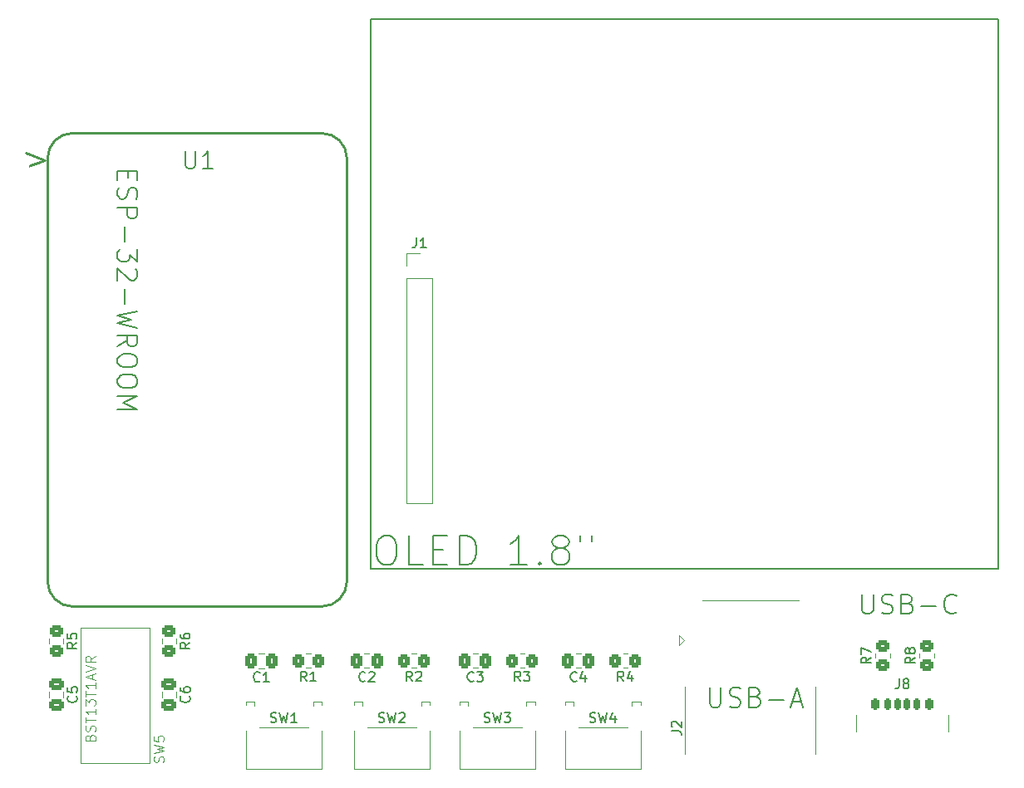
<source format=gto>
G04 #@! TF.GenerationSoftware,KiCad,Pcbnew,8.0.5*
G04 #@! TF.CreationDate,2024-10-13T23:25:24-04:00*
G04 #@! TF.ProjectId,table-2,7461626c-652d-4322-9e6b-696361645f70,1.2*
G04 #@! TF.SameCoordinates,Original*
G04 #@! TF.FileFunction,Legend,Top*
G04 #@! TF.FilePolarity,Positive*
%FSLAX46Y46*%
G04 Gerber Fmt 4.6, Leading zero omitted, Abs format (unit mm)*
G04 Created by KiCad (PCBNEW 8.0.5) date 2024-10-13 23:25:24*
%MOMM*%
%LPD*%
G01*
G04 APERTURE LIST*
G04 Aperture macros list*
%AMRoundRect*
0 Rectangle with rounded corners*
0 $1 Rounding radius*
0 $2 $3 $4 $5 $6 $7 $8 $9 X,Y pos of 4 corners*
0 Add a 4 corners polygon primitive as box body*
4,1,4,$2,$3,$4,$5,$6,$7,$8,$9,$2,$3,0*
0 Add four circle primitives for the rounded corners*
1,1,$1+$1,$2,$3*
1,1,$1+$1,$4,$5*
1,1,$1+$1,$6,$7*
1,1,$1+$1,$8,$9*
0 Add four rect primitives between the rounded corners*
20,1,$1+$1,$2,$3,$4,$5,0*
20,1,$1+$1,$4,$5,$6,$7,0*
20,1,$1+$1,$6,$7,$8,$9,0*
20,1,$1+$1,$8,$9,$2,$3,0*%
%AMOutline4P*
0 Free polygon, 4 corners , with rotation*
0 The origin of the aperture is its center*
0 number of corners: always 4*
0 $1 to $8 corner X, Y*
0 $9 Rotation angle, in degrees counterclockwise*
0 create outline with 4 corners*
4,1,4,$1,$2,$3,$4,$5,$6,$7,$8,$1,$2,$9*%
G04 Aperture macros list end*
%ADD10C,0.150000*%
%ADD11C,0.100000*%
%ADD12C,0.203200*%
%ADD13C,0.254000*%
%ADD14C,0.120000*%
%ADD15C,0.500000*%
%ADD16C,0.600000*%
%ADD17C,1.800000*%
%ADD18R,1.500000X1.500000*%
%ADD19C,1.500000*%
%ADD20C,3.500000*%
%ADD21RoundRect,0.250000X-0.450000X0.350000X-0.450000X-0.350000X0.450000X-0.350000X0.450000X0.350000X0*%
%ADD22C,2.200000*%
%ADD23C,1.700000*%
%ADD24RoundRect,0.175000X-0.175000X-0.425000X0.175000X-0.425000X0.175000X0.425000X-0.175000X0.425000X0*%
%ADD25RoundRect,0.190000X0.190000X0.410000X-0.190000X0.410000X-0.190000X-0.410000X0.190000X-0.410000X0*%
%ADD26RoundRect,0.200000X0.200000X0.400000X-0.200000X0.400000X-0.200000X-0.400000X0.200000X-0.400000X0*%
%ADD27RoundRect,0.175000X0.175000X0.425000X-0.175000X0.425000X-0.175000X-0.425000X0.175000X-0.425000X0*%
%ADD28RoundRect,0.190000X-0.190000X-0.410000X0.190000X-0.410000X0.190000X0.410000X-0.190000X0.410000X0*%
%ADD29RoundRect,0.200000X-0.200000X-0.400000X0.200000X-0.400000X0.200000X0.400000X-0.200000X0.400000X0*%
%ADD30O,1.100000X1.700000*%
%ADD31RoundRect,0.250000X0.450000X-0.350000X0.450000X0.350000X-0.450000X0.350000X-0.450000X-0.350000X0*%
%ADD32RoundRect,0.250000X0.350000X0.450000X-0.350000X0.450000X-0.350000X-0.450000X0.350000X-0.450000X0*%
%ADD33C,1.676400*%
%ADD34Outline4P,-0.838200X-0.838200X0.838200X-0.838200X0.838200X0.838200X-0.838200X0.838200X0.000000*%
%ADD35R,1.676400X1.676400*%
%ADD36RoundRect,0.250000X0.337500X0.475000X-0.337500X0.475000X-0.337500X-0.475000X0.337500X-0.475000X0*%
%ADD37RoundRect,0.250000X-0.475000X0.337500X-0.475000X-0.337500X0.475000X-0.337500X0.475000X0.337500X0*%
%ADD38R,1.700000X1.700000*%
%ADD39O,1.700000X1.700000*%
%ADD40R,2.540000X2.540000*%
%ADD41C,2.540000*%
G04 APERTURE END LIST*
D10*
X94800180Y-59574874D02*
X94800180Y-60241541D01*
X93752561Y-60527255D02*
X93752561Y-59574874D01*
X93752561Y-59574874D02*
X95752561Y-59574874D01*
X95752561Y-59574874D02*
X95752561Y-60527255D01*
X93847800Y-61289160D02*
X93752561Y-61574874D01*
X93752561Y-61574874D02*
X93752561Y-62051065D01*
X93752561Y-62051065D02*
X93847800Y-62241541D01*
X93847800Y-62241541D02*
X93943038Y-62336779D01*
X93943038Y-62336779D02*
X94133514Y-62432017D01*
X94133514Y-62432017D02*
X94323990Y-62432017D01*
X94323990Y-62432017D02*
X94514466Y-62336779D01*
X94514466Y-62336779D02*
X94609704Y-62241541D01*
X94609704Y-62241541D02*
X94704942Y-62051065D01*
X94704942Y-62051065D02*
X94800180Y-61670112D01*
X94800180Y-61670112D02*
X94895419Y-61479636D01*
X94895419Y-61479636D02*
X94990657Y-61384398D01*
X94990657Y-61384398D02*
X95181133Y-61289160D01*
X95181133Y-61289160D02*
X95371609Y-61289160D01*
X95371609Y-61289160D02*
X95562085Y-61384398D01*
X95562085Y-61384398D02*
X95657323Y-61479636D01*
X95657323Y-61479636D02*
X95752561Y-61670112D01*
X95752561Y-61670112D02*
X95752561Y-62146303D01*
X95752561Y-62146303D02*
X95657323Y-62432017D01*
X93752561Y-63289160D02*
X95752561Y-63289160D01*
X95752561Y-63289160D02*
X95752561Y-64051065D01*
X95752561Y-64051065D02*
X95657323Y-64241541D01*
X95657323Y-64241541D02*
X95562085Y-64336779D01*
X95562085Y-64336779D02*
X95371609Y-64432017D01*
X95371609Y-64432017D02*
X95085895Y-64432017D01*
X95085895Y-64432017D02*
X94895419Y-64336779D01*
X94895419Y-64336779D02*
X94800180Y-64241541D01*
X94800180Y-64241541D02*
X94704942Y-64051065D01*
X94704942Y-64051065D02*
X94704942Y-63289160D01*
X94514466Y-65289160D02*
X94514466Y-66812970D01*
X95752561Y-67574874D02*
X95752561Y-68812969D01*
X95752561Y-68812969D02*
X94990657Y-68146302D01*
X94990657Y-68146302D02*
X94990657Y-68432017D01*
X94990657Y-68432017D02*
X94895419Y-68622493D01*
X94895419Y-68622493D02*
X94800180Y-68717731D01*
X94800180Y-68717731D02*
X94609704Y-68812969D01*
X94609704Y-68812969D02*
X94133514Y-68812969D01*
X94133514Y-68812969D02*
X93943038Y-68717731D01*
X93943038Y-68717731D02*
X93847800Y-68622493D01*
X93847800Y-68622493D02*
X93752561Y-68432017D01*
X93752561Y-68432017D02*
X93752561Y-67860588D01*
X93752561Y-67860588D02*
X93847800Y-67670112D01*
X93847800Y-67670112D02*
X93943038Y-67574874D01*
X95562085Y-69574874D02*
X95657323Y-69670112D01*
X95657323Y-69670112D02*
X95752561Y-69860588D01*
X95752561Y-69860588D02*
X95752561Y-70336779D01*
X95752561Y-70336779D02*
X95657323Y-70527255D01*
X95657323Y-70527255D02*
X95562085Y-70622493D01*
X95562085Y-70622493D02*
X95371609Y-70717731D01*
X95371609Y-70717731D02*
X95181133Y-70717731D01*
X95181133Y-70717731D02*
X94895419Y-70622493D01*
X94895419Y-70622493D02*
X93752561Y-69479636D01*
X93752561Y-69479636D02*
X93752561Y-70717731D01*
X94514466Y-71574874D02*
X94514466Y-73098684D01*
X95752561Y-73860588D02*
X93752561Y-74336778D01*
X93752561Y-74336778D02*
X95181133Y-74717731D01*
X95181133Y-74717731D02*
X93752561Y-75098683D01*
X93752561Y-75098683D02*
X95752561Y-75574874D01*
X93752561Y-77479635D02*
X94704942Y-76812968D01*
X93752561Y-76336778D02*
X95752561Y-76336778D01*
X95752561Y-76336778D02*
X95752561Y-77098683D01*
X95752561Y-77098683D02*
X95657323Y-77289159D01*
X95657323Y-77289159D02*
X95562085Y-77384397D01*
X95562085Y-77384397D02*
X95371609Y-77479635D01*
X95371609Y-77479635D02*
X95085895Y-77479635D01*
X95085895Y-77479635D02*
X94895419Y-77384397D01*
X94895419Y-77384397D02*
X94800180Y-77289159D01*
X94800180Y-77289159D02*
X94704942Y-77098683D01*
X94704942Y-77098683D02*
X94704942Y-76336778D01*
X95752561Y-78717730D02*
X95752561Y-79098683D01*
X95752561Y-79098683D02*
X95657323Y-79289159D01*
X95657323Y-79289159D02*
X95466847Y-79479635D01*
X95466847Y-79479635D02*
X95085895Y-79574873D01*
X95085895Y-79574873D02*
X94419228Y-79574873D01*
X94419228Y-79574873D02*
X94038276Y-79479635D01*
X94038276Y-79479635D02*
X93847800Y-79289159D01*
X93847800Y-79289159D02*
X93752561Y-79098683D01*
X93752561Y-79098683D02*
X93752561Y-78717730D01*
X93752561Y-78717730D02*
X93847800Y-78527254D01*
X93847800Y-78527254D02*
X94038276Y-78336778D01*
X94038276Y-78336778D02*
X94419228Y-78241540D01*
X94419228Y-78241540D02*
X95085895Y-78241540D01*
X95085895Y-78241540D02*
X95466847Y-78336778D01*
X95466847Y-78336778D02*
X95657323Y-78527254D01*
X95657323Y-78527254D02*
X95752561Y-78717730D01*
X95752561Y-80812968D02*
X95752561Y-81193921D01*
X95752561Y-81193921D02*
X95657323Y-81384397D01*
X95657323Y-81384397D02*
X95466847Y-81574873D01*
X95466847Y-81574873D02*
X95085895Y-81670111D01*
X95085895Y-81670111D02*
X94419228Y-81670111D01*
X94419228Y-81670111D02*
X94038276Y-81574873D01*
X94038276Y-81574873D02*
X93847800Y-81384397D01*
X93847800Y-81384397D02*
X93752561Y-81193921D01*
X93752561Y-81193921D02*
X93752561Y-80812968D01*
X93752561Y-80812968D02*
X93847800Y-80622492D01*
X93847800Y-80622492D02*
X94038276Y-80432016D01*
X94038276Y-80432016D02*
X94419228Y-80336778D01*
X94419228Y-80336778D02*
X95085895Y-80336778D01*
X95085895Y-80336778D02*
X95466847Y-80432016D01*
X95466847Y-80432016D02*
X95657323Y-80622492D01*
X95657323Y-80622492D02*
X95752561Y-80812968D01*
X93752561Y-82527254D02*
X95752561Y-82527254D01*
X95752561Y-82527254D02*
X94323990Y-83193921D01*
X94323990Y-83193921D02*
X95752561Y-83860587D01*
X95752561Y-83860587D02*
X93752561Y-83860587D01*
X169574874Y-102747438D02*
X169574874Y-104366485D01*
X169574874Y-104366485D02*
X169670112Y-104556961D01*
X169670112Y-104556961D02*
X169765350Y-104652200D01*
X169765350Y-104652200D02*
X169955826Y-104747438D01*
X169955826Y-104747438D02*
X170336779Y-104747438D01*
X170336779Y-104747438D02*
X170527255Y-104652200D01*
X170527255Y-104652200D02*
X170622493Y-104556961D01*
X170622493Y-104556961D02*
X170717731Y-104366485D01*
X170717731Y-104366485D02*
X170717731Y-102747438D01*
X171574874Y-104652200D02*
X171860588Y-104747438D01*
X171860588Y-104747438D02*
X172336779Y-104747438D01*
X172336779Y-104747438D02*
X172527255Y-104652200D01*
X172527255Y-104652200D02*
X172622493Y-104556961D01*
X172622493Y-104556961D02*
X172717731Y-104366485D01*
X172717731Y-104366485D02*
X172717731Y-104176009D01*
X172717731Y-104176009D02*
X172622493Y-103985533D01*
X172622493Y-103985533D02*
X172527255Y-103890295D01*
X172527255Y-103890295D02*
X172336779Y-103795057D01*
X172336779Y-103795057D02*
X171955826Y-103699819D01*
X171955826Y-103699819D02*
X171765350Y-103604580D01*
X171765350Y-103604580D02*
X171670112Y-103509342D01*
X171670112Y-103509342D02*
X171574874Y-103318866D01*
X171574874Y-103318866D02*
X171574874Y-103128390D01*
X171574874Y-103128390D02*
X171670112Y-102937914D01*
X171670112Y-102937914D02*
X171765350Y-102842676D01*
X171765350Y-102842676D02*
X171955826Y-102747438D01*
X171955826Y-102747438D02*
X172432017Y-102747438D01*
X172432017Y-102747438D02*
X172717731Y-102842676D01*
X174241541Y-103699819D02*
X174527255Y-103795057D01*
X174527255Y-103795057D02*
X174622493Y-103890295D01*
X174622493Y-103890295D02*
X174717731Y-104080771D01*
X174717731Y-104080771D02*
X174717731Y-104366485D01*
X174717731Y-104366485D02*
X174622493Y-104556961D01*
X174622493Y-104556961D02*
X174527255Y-104652200D01*
X174527255Y-104652200D02*
X174336779Y-104747438D01*
X174336779Y-104747438D02*
X173574874Y-104747438D01*
X173574874Y-104747438D02*
X173574874Y-102747438D01*
X173574874Y-102747438D02*
X174241541Y-102747438D01*
X174241541Y-102747438D02*
X174432017Y-102842676D01*
X174432017Y-102842676D02*
X174527255Y-102937914D01*
X174527255Y-102937914D02*
X174622493Y-103128390D01*
X174622493Y-103128390D02*
X174622493Y-103318866D01*
X174622493Y-103318866D02*
X174527255Y-103509342D01*
X174527255Y-103509342D02*
X174432017Y-103604580D01*
X174432017Y-103604580D02*
X174241541Y-103699819D01*
X174241541Y-103699819D02*
X173574874Y-103699819D01*
X175574874Y-103985533D02*
X177098684Y-103985533D01*
X179193921Y-104556961D02*
X179098683Y-104652200D01*
X179098683Y-104652200D02*
X178812969Y-104747438D01*
X178812969Y-104747438D02*
X178622493Y-104747438D01*
X178622493Y-104747438D02*
X178336778Y-104652200D01*
X178336778Y-104652200D02*
X178146302Y-104461723D01*
X178146302Y-104461723D02*
X178051064Y-104271247D01*
X178051064Y-104271247D02*
X177955826Y-103890295D01*
X177955826Y-103890295D02*
X177955826Y-103604580D01*
X177955826Y-103604580D02*
X178051064Y-103223628D01*
X178051064Y-103223628D02*
X178146302Y-103033152D01*
X178146302Y-103033152D02*
X178336778Y-102842676D01*
X178336778Y-102842676D02*
X178622493Y-102747438D01*
X178622493Y-102747438D02*
X178812969Y-102747438D01*
X178812969Y-102747438D02*
X179098683Y-102842676D01*
X179098683Y-102842676D02*
X179193921Y-102937914D01*
X154074874Y-112247438D02*
X154074874Y-113866485D01*
X154074874Y-113866485D02*
X154170112Y-114056961D01*
X154170112Y-114056961D02*
X154265350Y-114152200D01*
X154265350Y-114152200D02*
X154455826Y-114247438D01*
X154455826Y-114247438D02*
X154836779Y-114247438D01*
X154836779Y-114247438D02*
X155027255Y-114152200D01*
X155027255Y-114152200D02*
X155122493Y-114056961D01*
X155122493Y-114056961D02*
X155217731Y-113866485D01*
X155217731Y-113866485D02*
X155217731Y-112247438D01*
X156074874Y-114152200D02*
X156360588Y-114247438D01*
X156360588Y-114247438D02*
X156836779Y-114247438D01*
X156836779Y-114247438D02*
X157027255Y-114152200D01*
X157027255Y-114152200D02*
X157122493Y-114056961D01*
X157122493Y-114056961D02*
X157217731Y-113866485D01*
X157217731Y-113866485D02*
X157217731Y-113676009D01*
X157217731Y-113676009D02*
X157122493Y-113485533D01*
X157122493Y-113485533D02*
X157027255Y-113390295D01*
X157027255Y-113390295D02*
X156836779Y-113295057D01*
X156836779Y-113295057D02*
X156455826Y-113199819D01*
X156455826Y-113199819D02*
X156265350Y-113104580D01*
X156265350Y-113104580D02*
X156170112Y-113009342D01*
X156170112Y-113009342D02*
X156074874Y-112818866D01*
X156074874Y-112818866D02*
X156074874Y-112628390D01*
X156074874Y-112628390D02*
X156170112Y-112437914D01*
X156170112Y-112437914D02*
X156265350Y-112342676D01*
X156265350Y-112342676D02*
X156455826Y-112247438D01*
X156455826Y-112247438D02*
X156932017Y-112247438D01*
X156932017Y-112247438D02*
X157217731Y-112342676D01*
X158741541Y-113199819D02*
X159027255Y-113295057D01*
X159027255Y-113295057D02*
X159122493Y-113390295D01*
X159122493Y-113390295D02*
X159217731Y-113580771D01*
X159217731Y-113580771D02*
X159217731Y-113866485D01*
X159217731Y-113866485D02*
X159122493Y-114056961D01*
X159122493Y-114056961D02*
X159027255Y-114152200D01*
X159027255Y-114152200D02*
X158836779Y-114247438D01*
X158836779Y-114247438D02*
X158074874Y-114247438D01*
X158074874Y-114247438D02*
X158074874Y-112247438D01*
X158074874Y-112247438D02*
X158741541Y-112247438D01*
X158741541Y-112247438D02*
X158932017Y-112342676D01*
X158932017Y-112342676D02*
X159027255Y-112437914D01*
X159027255Y-112437914D02*
X159122493Y-112628390D01*
X159122493Y-112628390D02*
X159122493Y-112818866D01*
X159122493Y-112818866D02*
X159027255Y-113009342D01*
X159027255Y-113009342D02*
X158932017Y-113104580D01*
X158932017Y-113104580D02*
X158741541Y-113199819D01*
X158741541Y-113199819D02*
X158074874Y-113199819D01*
X160074874Y-113485533D02*
X161598684Y-113485533D01*
X162455826Y-113676009D02*
X163408207Y-113676009D01*
X162265350Y-114247438D02*
X162932016Y-112247438D01*
X162932016Y-112247438D02*
X163598683Y-114247438D01*
X183500000Y-100120000D02*
X119500000Y-100120000D01*
X119500000Y-44120000D02*
X183500000Y-44120000D01*
X119500000Y-100120000D02*
X119500000Y-44120000D01*
X120884398Y-96745057D02*
X121455826Y-96745057D01*
X121455826Y-96745057D02*
X121741541Y-96887914D01*
X121741541Y-96887914D02*
X122027255Y-97173628D01*
X122027255Y-97173628D02*
X122170112Y-97745057D01*
X122170112Y-97745057D02*
X122170112Y-98745057D01*
X122170112Y-98745057D02*
X122027255Y-99316485D01*
X122027255Y-99316485D02*
X121741541Y-99602200D01*
X121741541Y-99602200D02*
X121455826Y-99745057D01*
X121455826Y-99745057D02*
X120884398Y-99745057D01*
X120884398Y-99745057D02*
X120598684Y-99602200D01*
X120598684Y-99602200D02*
X120312969Y-99316485D01*
X120312969Y-99316485D02*
X120170112Y-98745057D01*
X120170112Y-98745057D02*
X120170112Y-97745057D01*
X120170112Y-97745057D02*
X120312969Y-97173628D01*
X120312969Y-97173628D02*
X120598684Y-96887914D01*
X120598684Y-96887914D02*
X120884398Y-96745057D01*
X124884398Y-99745057D02*
X123455826Y-99745057D01*
X123455826Y-99745057D02*
X123455826Y-96745057D01*
X125884397Y-98173628D02*
X126884397Y-98173628D01*
X127312969Y-99745057D02*
X125884397Y-99745057D01*
X125884397Y-99745057D02*
X125884397Y-96745057D01*
X125884397Y-96745057D02*
X127312969Y-96745057D01*
X128598683Y-99745057D02*
X128598683Y-96745057D01*
X128598683Y-96745057D02*
X129312969Y-96745057D01*
X129312969Y-96745057D02*
X129741540Y-96887914D01*
X129741540Y-96887914D02*
X130027255Y-97173628D01*
X130027255Y-97173628D02*
X130170112Y-97459342D01*
X130170112Y-97459342D02*
X130312969Y-98030771D01*
X130312969Y-98030771D02*
X130312969Y-98459342D01*
X130312969Y-98459342D02*
X130170112Y-99030771D01*
X130170112Y-99030771D02*
X130027255Y-99316485D01*
X130027255Y-99316485D02*
X129741540Y-99602200D01*
X129741540Y-99602200D02*
X129312969Y-99745057D01*
X129312969Y-99745057D02*
X128598683Y-99745057D01*
X135455826Y-99745057D02*
X133741540Y-99745057D01*
X134598683Y-99745057D02*
X134598683Y-96745057D01*
X134598683Y-96745057D02*
X134312969Y-97173628D01*
X134312969Y-97173628D02*
X134027254Y-97459342D01*
X134027254Y-97459342D02*
X133741540Y-97602200D01*
X136741540Y-99459342D02*
X136884397Y-99602200D01*
X136884397Y-99602200D02*
X136741540Y-99745057D01*
X136741540Y-99745057D02*
X136598683Y-99602200D01*
X136598683Y-99602200D02*
X136741540Y-99459342D01*
X136741540Y-99459342D02*
X136741540Y-99745057D01*
X138598683Y-98030771D02*
X138312968Y-97887914D01*
X138312968Y-97887914D02*
X138170111Y-97745057D01*
X138170111Y-97745057D02*
X138027254Y-97459342D01*
X138027254Y-97459342D02*
X138027254Y-97316485D01*
X138027254Y-97316485D02*
X138170111Y-97030771D01*
X138170111Y-97030771D02*
X138312968Y-96887914D01*
X138312968Y-96887914D02*
X138598683Y-96745057D01*
X138598683Y-96745057D02*
X139170111Y-96745057D01*
X139170111Y-96745057D02*
X139455826Y-96887914D01*
X139455826Y-96887914D02*
X139598683Y-97030771D01*
X139598683Y-97030771D02*
X139741540Y-97316485D01*
X139741540Y-97316485D02*
X139741540Y-97459342D01*
X139741540Y-97459342D02*
X139598683Y-97745057D01*
X139598683Y-97745057D02*
X139455826Y-97887914D01*
X139455826Y-97887914D02*
X139170111Y-98030771D01*
X139170111Y-98030771D02*
X138598683Y-98030771D01*
X138598683Y-98030771D02*
X138312968Y-98173628D01*
X138312968Y-98173628D02*
X138170111Y-98316485D01*
X138170111Y-98316485D02*
X138027254Y-98602200D01*
X138027254Y-98602200D02*
X138027254Y-99173628D01*
X138027254Y-99173628D02*
X138170111Y-99459342D01*
X138170111Y-99459342D02*
X138312968Y-99602200D01*
X138312968Y-99602200D02*
X138598683Y-99745057D01*
X138598683Y-99745057D02*
X139170111Y-99745057D01*
X139170111Y-99745057D02*
X139455826Y-99602200D01*
X139455826Y-99602200D02*
X139598683Y-99459342D01*
X139598683Y-99459342D02*
X139741540Y-99173628D01*
X139741540Y-99173628D02*
X139741540Y-98602200D01*
X139741540Y-98602200D02*
X139598683Y-98316485D01*
X139598683Y-98316485D02*
X139455826Y-98173628D01*
X139455826Y-98173628D02*
X139170111Y-98030771D01*
X140884397Y-96745057D02*
X140884397Y-97316485D01*
X142027254Y-96745057D02*
X142027254Y-97316485D01*
X183500000Y-44120000D02*
X183500000Y-100120000D01*
D11*
X98409800Y-119833332D02*
X98457419Y-119690475D01*
X98457419Y-119690475D02*
X98457419Y-119452380D01*
X98457419Y-119452380D02*
X98409800Y-119357142D01*
X98409800Y-119357142D02*
X98362180Y-119309523D01*
X98362180Y-119309523D02*
X98266942Y-119261904D01*
X98266942Y-119261904D02*
X98171704Y-119261904D01*
X98171704Y-119261904D02*
X98076466Y-119309523D01*
X98076466Y-119309523D02*
X98028847Y-119357142D01*
X98028847Y-119357142D02*
X97981228Y-119452380D01*
X97981228Y-119452380D02*
X97933609Y-119642856D01*
X97933609Y-119642856D02*
X97885990Y-119738094D01*
X97885990Y-119738094D02*
X97838371Y-119785713D01*
X97838371Y-119785713D02*
X97743133Y-119833332D01*
X97743133Y-119833332D02*
X97647895Y-119833332D01*
X97647895Y-119833332D02*
X97552657Y-119785713D01*
X97552657Y-119785713D02*
X97505038Y-119738094D01*
X97505038Y-119738094D02*
X97457419Y-119642856D01*
X97457419Y-119642856D02*
X97457419Y-119404761D01*
X97457419Y-119404761D02*
X97505038Y-119261904D01*
X97457419Y-118928570D02*
X98457419Y-118690475D01*
X98457419Y-118690475D02*
X97743133Y-118499999D01*
X97743133Y-118499999D02*
X98457419Y-118309523D01*
X98457419Y-118309523D02*
X97457419Y-118071428D01*
X97457419Y-117214285D02*
X97457419Y-117690475D01*
X97457419Y-117690475D02*
X97933609Y-117738094D01*
X97933609Y-117738094D02*
X97885990Y-117690475D01*
X97885990Y-117690475D02*
X97838371Y-117595237D01*
X97838371Y-117595237D02*
X97838371Y-117357142D01*
X97838371Y-117357142D02*
X97885990Y-117261904D01*
X97885990Y-117261904D02*
X97933609Y-117214285D01*
X97933609Y-117214285D02*
X98028847Y-117166666D01*
X98028847Y-117166666D02*
X98266942Y-117166666D01*
X98266942Y-117166666D02*
X98362180Y-117214285D01*
X98362180Y-117214285D02*
X98409800Y-117261904D01*
X98409800Y-117261904D02*
X98457419Y-117357142D01*
X98457419Y-117357142D02*
X98457419Y-117595237D01*
X98457419Y-117595237D02*
X98409800Y-117690475D01*
X98409800Y-117690475D02*
X98362180Y-117738094D01*
X90948609Y-117317782D02*
X90996228Y-117174925D01*
X90996228Y-117174925D02*
X91043847Y-117127306D01*
X91043847Y-117127306D02*
X91139085Y-117079687D01*
X91139085Y-117079687D02*
X91281942Y-117079687D01*
X91281942Y-117079687D02*
X91377180Y-117127306D01*
X91377180Y-117127306D02*
X91424800Y-117174925D01*
X91424800Y-117174925D02*
X91472419Y-117270163D01*
X91472419Y-117270163D02*
X91472419Y-117651115D01*
X91472419Y-117651115D02*
X90472419Y-117651115D01*
X90472419Y-117651115D02*
X90472419Y-117317782D01*
X90472419Y-117317782D02*
X90520038Y-117222544D01*
X90520038Y-117222544D02*
X90567657Y-117174925D01*
X90567657Y-117174925D02*
X90662895Y-117127306D01*
X90662895Y-117127306D02*
X90758133Y-117127306D01*
X90758133Y-117127306D02*
X90853371Y-117174925D01*
X90853371Y-117174925D02*
X90900990Y-117222544D01*
X90900990Y-117222544D02*
X90948609Y-117317782D01*
X90948609Y-117317782D02*
X90948609Y-117651115D01*
X91424800Y-116698734D02*
X91472419Y-116555877D01*
X91472419Y-116555877D02*
X91472419Y-116317782D01*
X91472419Y-116317782D02*
X91424800Y-116222544D01*
X91424800Y-116222544D02*
X91377180Y-116174925D01*
X91377180Y-116174925D02*
X91281942Y-116127306D01*
X91281942Y-116127306D02*
X91186704Y-116127306D01*
X91186704Y-116127306D02*
X91091466Y-116174925D01*
X91091466Y-116174925D02*
X91043847Y-116222544D01*
X91043847Y-116222544D02*
X90996228Y-116317782D01*
X90996228Y-116317782D02*
X90948609Y-116508258D01*
X90948609Y-116508258D02*
X90900990Y-116603496D01*
X90900990Y-116603496D02*
X90853371Y-116651115D01*
X90853371Y-116651115D02*
X90758133Y-116698734D01*
X90758133Y-116698734D02*
X90662895Y-116698734D01*
X90662895Y-116698734D02*
X90567657Y-116651115D01*
X90567657Y-116651115D02*
X90520038Y-116603496D01*
X90520038Y-116603496D02*
X90472419Y-116508258D01*
X90472419Y-116508258D02*
X90472419Y-116270163D01*
X90472419Y-116270163D02*
X90520038Y-116127306D01*
X90472419Y-115841591D02*
X90472419Y-115270163D01*
X91472419Y-115555877D02*
X90472419Y-115555877D01*
X91472419Y-114413020D02*
X91472419Y-114984448D01*
X91472419Y-114698734D02*
X90472419Y-114698734D01*
X90472419Y-114698734D02*
X90615276Y-114793972D01*
X90615276Y-114793972D02*
X90710514Y-114889210D01*
X90710514Y-114889210D02*
X90758133Y-114984448D01*
X90472419Y-114079686D02*
X90472419Y-113460639D01*
X90472419Y-113460639D02*
X90853371Y-113793972D01*
X90853371Y-113793972D02*
X90853371Y-113651115D01*
X90853371Y-113651115D02*
X90900990Y-113555877D01*
X90900990Y-113555877D02*
X90948609Y-113508258D01*
X90948609Y-113508258D02*
X91043847Y-113460639D01*
X91043847Y-113460639D02*
X91281942Y-113460639D01*
X91281942Y-113460639D02*
X91377180Y-113508258D01*
X91377180Y-113508258D02*
X91424800Y-113555877D01*
X91424800Y-113555877D02*
X91472419Y-113651115D01*
X91472419Y-113651115D02*
X91472419Y-113936829D01*
X91472419Y-113936829D02*
X91424800Y-114032067D01*
X91424800Y-114032067D02*
X91377180Y-114079686D01*
X90472419Y-113174924D02*
X90472419Y-112603496D01*
X91472419Y-112889210D02*
X90472419Y-112889210D01*
X91472419Y-111746353D02*
X91472419Y-112317781D01*
X91472419Y-112032067D02*
X90472419Y-112032067D01*
X90472419Y-112032067D02*
X90615276Y-112127305D01*
X90615276Y-112127305D02*
X90710514Y-112222543D01*
X90710514Y-112222543D02*
X90758133Y-112317781D01*
X91186704Y-111365400D02*
X91186704Y-110889210D01*
X91472419Y-111460638D02*
X90472419Y-111127305D01*
X90472419Y-111127305D02*
X91472419Y-110793972D01*
X90472419Y-110603495D02*
X91472419Y-110270162D01*
X91472419Y-110270162D02*
X90472419Y-109936829D01*
X91472419Y-109032067D02*
X90996228Y-109365400D01*
X91472419Y-109603495D02*
X90472419Y-109603495D01*
X90472419Y-109603495D02*
X90472419Y-109222543D01*
X90472419Y-109222543D02*
X90520038Y-109127305D01*
X90520038Y-109127305D02*
X90567657Y-109079686D01*
X90567657Y-109079686D02*
X90662895Y-109032067D01*
X90662895Y-109032067D02*
X90805752Y-109032067D01*
X90805752Y-109032067D02*
X90900990Y-109079686D01*
X90900990Y-109079686D02*
X90948609Y-109127305D01*
X90948609Y-109127305D02*
X90996228Y-109222543D01*
X90996228Y-109222543D02*
X90996228Y-109603495D01*
D10*
X150174819Y-116683333D02*
X150889104Y-116683333D01*
X150889104Y-116683333D02*
X151031961Y-116730952D01*
X151031961Y-116730952D02*
X151127200Y-116826190D01*
X151127200Y-116826190D02*
X151174819Y-116969047D01*
X151174819Y-116969047D02*
X151174819Y-117064285D01*
X150270057Y-116254761D02*
X150222438Y-116207142D01*
X150222438Y-116207142D02*
X150174819Y-116111904D01*
X150174819Y-116111904D02*
X150174819Y-115873809D01*
X150174819Y-115873809D02*
X150222438Y-115778571D01*
X150222438Y-115778571D02*
X150270057Y-115730952D01*
X150270057Y-115730952D02*
X150365295Y-115683333D01*
X150365295Y-115683333D02*
X150460533Y-115683333D01*
X150460533Y-115683333D02*
X150603390Y-115730952D01*
X150603390Y-115730952D02*
X151174819Y-116302380D01*
X151174819Y-116302380D02*
X151174819Y-115683333D01*
X89604819Y-107666666D02*
X89128628Y-107999999D01*
X89604819Y-108238094D02*
X88604819Y-108238094D01*
X88604819Y-108238094D02*
X88604819Y-107857142D01*
X88604819Y-107857142D02*
X88652438Y-107761904D01*
X88652438Y-107761904D02*
X88700057Y-107714285D01*
X88700057Y-107714285D02*
X88795295Y-107666666D01*
X88795295Y-107666666D02*
X88938152Y-107666666D01*
X88938152Y-107666666D02*
X89033390Y-107714285D01*
X89033390Y-107714285D02*
X89081009Y-107761904D01*
X89081009Y-107761904D02*
X89128628Y-107857142D01*
X89128628Y-107857142D02*
X89128628Y-108238094D01*
X88604819Y-106761904D02*
X88604819Y-107238094D01*
X88604819Y-107238094D02*
X89081009Y-107285713D01*
X89081009Y-107285713D02*
X89033390Y-107238094D01*
X89033390Y-107238094D02*
X88985771Y-107142856D01*
X88985771Y-107142856D02*
X88985771Y-106904761D01*
X88985771Y-106904761D02*
X89033390Y-106809523D01*
X89033390Y-106809523D02*
X89081009Y-106761904D01*
X89081009Y-106761904D02*
X89176247Y-106714285D01*
X89176247Y-106714285D02*
X89414342Y-106714285D01*
X89414342Y-106714285D02*
X89509580Y-106761904D01*
X89509580Y-106761904D02*
X89557200Y-106809523D01*
X89557200Y-106809523D02*
X89604819Y-106904761D01*
X89604819Y-106904761D02*
X89604819Y-107142856D01*
X89604819Y-107142856D02*
X89557200Y-107238094D01*
X89557200Y-107238094D02*
X89509580Y-107285713D01*
X141846667Y-115752200D02*
X141989524Y-115799819D01*
X141989524Y-115799819D02*
X142227619Y-115799819D01*
X142227619Y-115799819D02*
X142322857Y-115752200D01*
X142322857Y-115752200D02*
X142370476Y-115704580D01*
X142370476Y-115704580D02*
X142418095Y-115609342D01*
X142418095Y-115609342D02*
X142418095Y-115514104D01*
X142418095Y-115514104D02*
X142370476Y-115418866D01*
X142370476Y-115418866D02*
X142322857Y-115371247D01*
X142322857Y-115371247D02*
X142227619Y-115323628D01*
X142227619Y-115323628D02*
X142037143Y-115276009D01*
X142037143Y-115276009D02*
X141941905Y-115228390D01*
X141941905Y-115228390D02*
X141894286Y-115180771D01*
X141894286Y-115180771D02*
X141846667Y-115085533D01*
X141846667Y-115085533D02*
X141846667Y-114990295D01*
X141846667Y-114990295D02*
X141894286Y-114895057D01*
X141894286Y-114895057D02*
X141941905Y-114847438D01*
X141941905Y-114847438D02*
X142037143Y-114799819D01*
X142037143Y-114799819D02*
X142275238Y-114799819D01*
X142275238Y-114799819D02*
X142418095Y-114847438D01*
X142751429Y-114799819D02*
X142989524Y-115799819D01*
X142989524Y-115799819D02*
X143180000Y-115085533D01*
X143180000Y-115085533D02*
X143370476Y-115799819D01*
X143370476Y-115799819D02*
X143608572Y-114799819D01*
X144418095Y-115133152D02*
X144418095Y-115799819D01*
X144180000Y-114752200D02*
X143941905Y-115466485D01*
X143941905Y-115466485D02*
X144560952Y-115466485D01*
X173346666Y-111354819D02*
X173346666Y-112069104D01*
X173346666Y-112069104D02*
X173299047Y-112211961D01*
X173299047Y-112211961D02*
X173203809Y-112307200D01*
X173203809Y-112307200D02*
X173060952Y-112354819D01*
X173060952Y-112354819D02*
X172965714Y-112354819D01*
X173965714Y-111783390D02*
X173870476Y-111735771D01*
X173870476Y-111735771D02*
X173822857Y-111688152D01*
X173822857Y-111688152D02*
X173775238Y-111592914D01*
X173775238Y-111592914D02*
X173775238Y-111545295D01*
X173775238Y-111545295D02*
X173822857Y-111450057D01*
X173822857Y-111450057D02*
X173870476Y-111402438D01*
X173870476Y-111402438D02*
X173965714Y-111354819D01*
X173965714Y-111354819D02*
X174156190Y-111354819D01*
X174156190Y-111354819D02*
X174251428Y-111402438D01*
X174251428Y-111402438D02*
X174299047Y-111450057D01*
X174299047Y-111450057D02*
X174346666Y-111545295D01*
X174346666Y-111545295D02*
X174346666Y-111592914D01*
X174346666Y-111592914D02*
X174299047Y-111688152D01*
X174299047Y-111688152D02*
X174251428Y-111735771D01*
X174251428Y-111735771D02*
X174156190Y-111783390D01*
X174156190Y-111783390D02*
X173965714Y-111783390D01*
X173965714Y-111783390D02*
X173870476Y-111831009D01*
X173870476Y-111831009D02*
X173822857Y-111878628D01*
X173822857Y-111878628D02*
X173775238Y-111973866D01*
X173775238Y-111973866D02*
X173775238Y-112164342D01*
X173775238Y-112164342D02*
X173822857Y-112259580D01*
X173822857Y-112259580D02*
X173870476Y-112307200D01*
X173870476Y-112307200D02*
X173965714Y-112354819D01*
X173965714Y-112354819D02*
X174156190Y-112354819D01*
X174156190Y-112354819D02*
X174251428Y-112307200D01*
X174251428Y-112307200D02*
X174299047Y-112259580D01*
X174299047Y-112259580D02*
X174346666Y-112164342D01*
X174346666Y-112164342D02*
X174346666Y-111973866D01*
X174346666Y-111973866D02*
X174299047Y-111878628D01*
X174299047Y-111878628D02*
X174251428Y-111831009D01*
X174251428Y-111831009D02*
X174156190Y-111783390D01*
X170484819Y-109166666D02*
X170008628Y-109499999D01*
X170484819Y-109738094D02*
X169484819Y-109738094D01*
X169484819Y-109738094D02*
X169484819Y-109357142D01*
X169484819Y-109357142D02*
X169532438Y-109261904D01*
X169532438Y-109261904D02*
X169580057Y-109214285D01*
X169580057Y-109214285D02*
X169675295Y-109166666D01*
X169675295Y-109166666D02*
X169818152Y-109166666D01*
X169818152Y-109166666D02*
X169913390Y-109214285D01*
X169913390Y-109214285D02*
X169961009Y-109261904D01*
X169961009Y-109261904D02*
X170008628Y-109357142D01*
X170008628Y-109357142D02*
X170008628Y-109738094D01*
X169484819Y-108833332D02*
X169484819Y-108166666D01*
X169484819Y-108166666D02*
X170484819Y-108595237D01*
X120346667Y-115752200D02*
X120489524Y-115799819D01*
X120489524Y-115799819D02*
X120727619Y-115799819D01*
X120727619Y-115799819D02*
X120822857Y-115752200D01*
X120822857Y-115752200D02*
X120870476Y-115704580D01*
X120870476Y-115704580D02*
X120918095Y-115609342D01*
X120918095Y-115609342D02*
X120918095Y-115514104D01*
X120918095Y-115514104D02*
X120870476Y-115418866D01*
X120870476Y-115418866D02*
X120822857Y-115371247D01*
X120822857Y-115371247D02*
X120727619Y-115323628D01*
X120727619Y-115323628D02*
X120537143Y-115276009D01*
X120537143Y-115276009D02*
X120441905Y-115228390D01*
X120441905Y-115228390D02*
X120394286Y-115180771D01*
X120394286Y-115180771D02*
X120346667Y-115085533D01*
X120346667Y-115085533D02*
X120346667Y-114990295D01*
X120346667Y-114990295D02*
X120394286Y-114895057D01*
X120394286Y-114895057D02*
X120441905Y-114847438D01*
X120441905Y-114847438D02*
X120537143Y-114799819D01*
X120537143Y-114799819D02*
X120775238Y-114799819D01*
X120775238Y-114799819D02*
X120918095Y-114847438D01*
X121251429Y-114799819D02*
X121489524Y-115799819D01*
X121489524Y-115799819D02*
X121680000Y-115085533D01*
X121680000Y-115085533D02*
X121870476Y-115799819D01*
X121870476Y-115799819D02*
X122108572Y-114799819D01*
X122441905Y-114895057D02*
X122489524Y-114847438D01*
X122489524Y-114847438D02*
X122584762Y-114799819D01*
X122584762Y-114799819D02*
X122822857Y-114799819D01*
X122822857Y-114799819D02*
X122918095Y-114847438D01*
X122918095Y-114847438D02*
X122965714Y-114895057D01*
X122965714Y-114895057D02*
X123013333Y-114990295D01*
X123013333Y-114990295D02*
X123013333Y-115085533D01*
X123013333Y-115085533D02*
X122965714Y-115228390D01*
X122965714Y-115228390D02*
X122394286Y-115799819D01*
X122394286Y-115799819D02*
X123013333Y-115799819D01*
X113013333Y-111604819D02*
X112680000Y-111128628D01*
X112441905Y-111604819D02*
X112441905Y-110604819D01*
X112441905Y-110604819D02*
X112822857Y-110604819D01*
X112822857Y-110604819D02*
X112918095Y-110652438D01*
X112918095Y-110652438D02*
X112965714Y-110700057D01*
X112965714Y-110700057D02*
X113013333Y-110795295D01*
X113013333Y-110795295D02*
X113013333Y-110938152D01*
X113013333Y-110938152D02*
X112965714Y-111033390D01*
X112965714Y-111033390D02*
X112918095Y-111081009D01*
X112918095Y-111081009D02*
X112822857Y-111128628D01*
X112822857Y-111128628D02*
X112441905Y-111128628D01*
X113965714Y-111604819D02*
X113394286Y-111604819D01*
X113680000Y-111604819D02*
X113680000Y-110604819D01*
X113680000Y-110604819D02*
X113584762Y-110747676D01*
X113584762Y-110747676D02*
X113489524Y-110842914D01*
X113489524Y-110842914D02*
X113394286Y-110890533D01*
X109346667Y-115752200D02*
X109489524Y-115799819D01*
X109489524Y-115799819D02*
X109727619Y-115799819D01*
X109727619Y-115799819D02*
X109822857Y-115752200D01*
X109822857Y-115752200D02*
X109870476Y-115704580D01*
X109870476Y-115704580D02*
X109918095Y-115609342D01*
X109918095Y-115609342D02*
X109918095Y-115514104D01*
X109918095Y-115514104D02*
X109870476Y-115418866D01*
X109870476Y-115418866D02*
X109822857Y-115371247D01*
X109822857Y-115371247D02*
X109727619Y-115323628D01*
X109727619Y-115323628D02*
X109537143Y-115276009D01*
X109537143Y-115276009D02*
X109441905Y-115228390D01*
X109441905Y-115228390D02*
X109394286Y-115180771D01*
X109394286Y-115180771D02*
X109346667Y-115085533D01*
X109346667Y-115085533D02*
X109346667Y-114990295D01*
X109346667Y-114990295D02*
X109394286Y-114895057D01*
X109394286Y-114895057D02*
X109441905Y-114847438D01*
X109441905Y-114847438D02*
X109537143Y-114799819D01*
X109537143Y-114799819D02*
X109775238Y-114799819D01*
X109775238Y-114799819D02*
X109918095Y-114847438D01*
X110251429Y-114799819D02*
X110489524Y-115799819D01*
X110489524Y-115799819D02*
X110680000Y-115085533D01*
X110680000Y-115085533D02*
X110870476Y-115799819D01*
X110870476Y-115799819D02*
X111108572Y-114799819D01*
X112013333Y-115799819D02*
X111441905Y-115799819D01*
X111727619Y-115799819D02*
X111727619Y-114799819D01*
X111727619Y-114799819D02*
X111632381Y-114942676D01*
X111632381Y-114942676D02*
X111537143Y-115037914D01*
X111537143Y-115037914D02*
X111441905Y-115085533D01*
D12*
X100645333Y-57533970D02*
X100645333Y-58973304D01*
X100645333Y-58973304D02*
X100730000Y-59142637D01*
X100730000Y-59142637D02*
X100814666Y-59227304D01*
X100814666Y-59227304D02*
X100984000Y-59311970D01*
X100984000Y-59311970D02*
X101322666Y-59311970D01*
X101322666Y-59311970D02*
X101492000Y-59227304D01*
X101492000Y-59227304D02*
X101576666Y-59142637D01*
X101576666Y-59142637D02*
X101661333Y-58973304D01*
X101661333Y-58973304D02*
X101661333Y-57533970D01*
X103439333Y-59311970D02*
X102423333Y-59311970D01*
X102931333Y-59311970D02*
X102931333Y-57533970D01*
X102931333Y-57533970D02*
X102762000Y-57787970D01*
X102762000Y-57787970D02*
X102592667Y-57957304D01*
X102592667Y-57957304D02*
X102423333Y-58041970D01*
D13*
X84384380Y-57727486D02*
X86319619Y-58453200D01*
X86319619Y-58453200D02*
X84384380Y-59178914D01*
D10*
X108233333Y-111569580D02*
X108185714Y-111617200D01*
X108185714Y-111617200D02*
X108042857Y-111664819D01*
X108042857Y-111664819D02*
X107947619Y-111664819D01*
X107947619Y-111664819D02*
X107804762Y-111617200D01*
X107804762Y-111617200D02*
X107709524Y-111521961D01*
X107709524Y-111521961D02*
X107661905Y-111426723D01*
X107661905Y-111426723D02*
X107614286Y-111236247D01*
X107614286Y-111236247D02*
X107614286Y-111093390D01*
X107614286Y-111093390D02*
X107661905Y-110902914D01*
X107661905Y-110902914D02*
X107709524Y-110807676D01*
X107709524Y-110807676D02*
X107804762Y-110712438D01*
X107804762Y-110712438D02*
X107947619Y-110664819D01*
X107947619Y-110664819D02*
X108042857Y-110664819D01*
X108042857Y-110664819D02*
X108185714Y-110712438D01*
X108185714Y-110712438D02*
X108233333Y-110760057D01*
X109185714Y-111664819D02*
X108614286Y-111664819D01*
X108900000Y-111664819D02*
X108900000Y-110664819D01*
X108900000Y-110664819D02*
X108804762Y-110807676D01*
X108804762Y-110807676D02*
X108709524Y-110902914D01*
X108709524Y-110902914D02*
X108614286Y-110950533D01*
X101039580Y-113129166D02*
X101087200Y-113176785D01*
X101087200Y-113176785D02*
X101134819Y-113319642D01*
X101134819Y-113319642D02*
X101134819Y-113414880D01*
X101134819Y-113414880D02*
X101087200Y-113557737D01*
X101087200Y-113557737D02*
X100991961Y-113652975D01*
X100991961Y-113652975D02*
X100896723Y-113700594D01*
X100896723Y-113700594D02*
X100706247Y-113748213D01*
X100706247Y-113748213D02*
X100563390Y-113748213D01*
X100563390Y-113748213D02*
X100372914Y-113700594D01*
X100372914Y-113700594D02*
X100277676Y-113652975D01*
X100277676Y-113652975D02*
X100182438Y-113557737D01*
X100182438Y-113557737D02*
X100134819Y-113414880D01*
X100134819Y-113414880D02*
X100134819Y-113319642D01*
X100134819Y-113319642D02*
X100182438Y-113176785D01*
X100182438Y-113176785D02*
X100230057Y-113129166D01*
X100134819Y-112272023D02*
X100134819Y-112462499D01*
X100134819Y-112462499D02*
X100182438Y-112557737D01*
X100182438Y-112557737D02*
X100230057Y-112605356D01*
X100230057Y-112605356D02*
X100372914Y-112700594D01*
X100372914Y-112700594D02*
X100563390Y-112748213D01*
X100563390Y-112748213D02*
X100944342Y-112748213D01*
X100944342Y-112748213D02*
X101039580Y-112700594D01*
X101039580Y-112700594D02*
X101087200Y-112652975D01*
X101087200Y-112652975D02*
X101134819Y-112557737D01*
X101134819Y-112557737D02*
X101134819Y-112367261D01*
X101134819Y-112367261D02*
X101087200Y-112272023D01*
X101087200Y-112272023D02*
X101039580Y-112224404D01*
X101039580Y-112224404D02*
X100944342Y-112176785D01*
X100944342Y-112176785D02*
X100706247Y-112176785D01*
X100706247Y-112176785D02*
X100611009Y-112224404D01*
X100611009Y-112224404D02*
X100563390Y-112272023D01*
X100563390Y-112272023D02*
X100515771Y-112367261D01*
X100515771Y-112367261D02*
X100515771Y-112557737D01*
X100515771Y-112557737D02*
X100563390Y-112652975D01*
X100563390Y-112652975D02*
X100611009Y-112700594D01*
X100611009Y-112700594D02*
X100706247Y-112748213D01*
X118975833Y-111539580D02*
X118928214Y-111587200D01*
X118928214Y-111587200D02*
X118785357Y-111634819D01*
X118785357Y-111634819D02*
X118690119Y-111634819D01*
X118690119Y-111634819D02*
X118547262Y-111587200D01*
X118547262Y-111587200D02*
X118452024Y-111491961D01*
X118452024Y-111491961D02*
X118404405Y-111396723D01*
X118404405Y-111396723D02*
X118356786Y-111206247D01*
X118356786Y-111206247D02*
X118356786Y-111063390D01*
X118356786Y-111063390D02*
X118404405Y-110872914D01*
X118404405Y-110872914D02*
X118452024Y-110777676D01*
X118452024Y-110777676D02*
X118547262Y-110682438D01*
X118547262Y-110682438D02*
X118690119Y-110634819D01*
X118690119Y-110634819D02*
X118785357Y-110634819D01*
X118785357Y-110634819D02*
X118928214Y-110682438D01*
X118928214Y-110682438D02*
X118975833Y-110730057D01*
X119356786Y-110730057D02*
X119404405Y-110682438D01*
X119404405Y-110682438D02*
X119499643Y-110634819D01*
X119499643Y-110634819D02*
X119737738Y-110634819D01*
X119737738Y-110634819D02*
X119832976Y-110682438D01*
X119832976Y-110682438D02*
X119880595Y-110730057D01*
X119880595Y-110730057D02*
X119928214Y-110825295D01*
X119928214Y-110825295D02*
X119928214Y-110920533D01*
X119928214Y-110920533D02*
X119880595Y-111063390D01*
X119880595Y-111063390D02*
X119309167Y-111634819D01*
X119309167Y-111634819D02*
X119928214Y-111634819D01*
X145293333Y-111604819D02*
X144960000Y-111128628D01*
X144721905Y-111604819D02*
X144721905Y-110604819D01*
X144721905Y-110604819D02*
X145102857Y-110604819D01*
X145102857Y-110604819D02*
X145198095Y-110652438D01*
X145198095Y-110652438D02*
X145245714Y-110700057D01*
X145245714Y-110700057D02*
X145293333Y-110795295D01*
X145293333Y-110795295D02*
X145293333Y-110938152D01*
X145293333Y-110938152D02*
X145245714Y-111033390D01*
X145245714Y-111033390D02*
X145198095Y-111081009D01*
X145198095Y-111081009D02*
X145102857Y-111128628D01*
X145102857Y-111128628D02*
X144721905Y-111128628D01*
X146150476Y-110938152D02*
X146150476Y-111604819D01*
X145912381Y-110557200D02*
X145674286Y-111271485D01*
X145674286Y-111271485D02*
X146293333Y-111271485D01*
X174984819Y-109166666D02*
X174508628Y-109499999D01*
X174984819Y-109738094D02*
X173984819Y-109738094D01*
X173984819Y-109738094D02*
X173984819Y-109357142D01*
X173984819Y-109357142D02*
X174032438Y-109261904D01*
X174032438Y-109261904D02*
X174080057Y-109214285D01*
X174080057Y-109214285D02*
X174175295Y-109166666D01*
X174175295Y-109166666D02*
X174318152Y-109166666D01*
X174318152Y-109166666D02*
X174413390Y-109214285D01*
X174413390Y-109214285D02*
X174461009Y-109261904D01*
X174461009Y-109261904D02*
X174508628Y-109357142D01*
X174508628Y-109357142D02*
X174508628Y-109738094D01*
X174413390Y-108595237D02*
X174365771Y-108690475D01*
X174365771Y-108690475D02*
X174318152Y-108738094D01*
X174318152Y-108738094D02*
X174222914Y-108785713D01*
X174222914Y-108785713D02*
X174175295Y-108785713D01*
X174175295Y-108785713D02*
X174080057Y-108738094D01*
X174080057Y-108738094D02*
X174032438Y-108690475D01*
X174032438Y-108690475D02*
X173984819Y-108595237D01*
X173984819Y-108595237D02*
X173984819Y-108404761D01*
X173984819Y-108404761D02*
X174032438Y-108309523D01*
X174032438Y-108309523D02*
X174080057Y-108261904D01*
X174080057Y-108261904D02*
X174175295Y-108214285D01*
X174175295Y-108214285D02*
X174222914Y-108214285D01*
X174222914Y-108214285D02*
X174318152Y-108261904D01*
X174318152Y-108261904D02*
X174365771Y-108309523D01*
X174365771Y-108309523D02*
X174413390Y-108404761D01*
X174413390Y-108404761D02*
X174413390Y-108595237D01*
X174413390Y-108595237D02*
X174461009Y-108690475D01*
X174461009Y-108690475D02*
X174508628Y-108738094D01*
X174508628Y-108738094D02*
X174603866Y-108785713D01*
X174603866Y-108785713D02*
X174794342Y-108785713D01*
X174794342Y-108785713D02*
X174889580Y-108738094D01*
X174889580Y-108738094D02*
X174937200Y-108690475D01*
X174937200Y-108690475D02*
X174984819Y-108595237D01*
X174984819Y-108595237D02*
X174984819Y-108404761D01*
X174984819Y-108404761D02*
X174937200Y-108309523D01*
X174937200Y-108309523D02*
X174889580Y-108261904D01*
X174889580Y-108261904D02*
X174794342Y-108214285D01*
X174794342Y-108214285D02*
X174603866Y-108214285D01*
X174603866Y-108214285D02*
X174508628Y-108261904D01*
X174508628Y-108261904D02*
X174461009Y-108309523D01*
X174461009Y-108309523D02*
X174413390Y-108404761D01*
X131096667Y-115752200D02*
X131239524Y-115799819D01*
X131239524Y-115799819D02*
X131477619Y-115799819D01*
X131477619Y-115799819D02*
X131572857Y-115752200D01*
X131572857Y-115752200D02*
X131620476Y-115704580D01*
X131620476Y-115704580D02*
X131668095Y-115609342D01*
X131668095Y-115609342D02*
X131668095Y-115514104D01*
X131668095Y-115514104D02*
X131620476Y-115418866D01*
X131620476Y-115418866D02*
X131572857Y-115371247D01*
X131572857Y-115371247D02*
X131477619Y-115323628D01*
X131477619Y-115323628D02*
X131287143Y-115276009D01*
X131287143Y-115276009D02*
X131191905Y-115228390D01*
X131191905Y-115228390D02*
X131144286Y-115180771D01*
X131144286Y-115180771D02*
X131096667Y-115085533D01*
X131096667Y-115085533D02*
X131096667Y-114990295D01*
X131096667Y-114990295D02*
X131144286Y-114895057D01*
X131144286Y-114895057D02*
X131191905Y-114847438D01*
X131191905Y-114847438D02*
X131287143Y-114799819D01*
X131287143Y-114799819D02*
X131525238Y-114799819D01*
X131525238Y-114799819D02*
X131668095Y-114847438D01*
X132001429Y-114799819D02*
X132239524Y-115799819D01*
X132239524Y-115799819D02*
X132430000Y-115085533D01*
X132430000Y-115085533D02*
X132620476Y-115799819D01*
X132620476Y-115799819D02*
X132858572Y-114799819D01*
X133144286Y-114799819D02*
X133763333Y-114799819D01*
X133763333Y-114799819D02*
X133430000Y-115180771D01*
X133430000Y-115180771D02*
X133572857Y-115180771D01*
X133572857Y-115180771D02*
X133668095Y-115228390D01*
X133668095Y-115228390D02*
X133715714Y-115276009D01*
X133715714Y-115276009D02*
X133763333Y-115371247D01*
X133763333Y-115371247D02*
X133763333Y-115609342D01*
X133763333Y-115609342D02*
X133715714Y-115704580D01*
X133715714Y-115704580D02*
X133668095Y-115752200D01*
X133668095Y-115752200D02*
X133572857Y-115799819D01*
X133572857Y-115799819D02*
X133287143Y-115799819D01*
X133287143Y-115799819D02*
X133191905Y-115752200D01*
X133191905Y-115752200D02*
X133144286Y-115704580D01*
X124166666Y-66384819D02*
X124166666Y-67099104D01*
X124166666Y-67099104D02*
X124119047Y-67241961D01*
X124119047Y-67241961D02*
X124023809Y-67337200D01*
X124023809Y-67337200D02*
X123880952Y-67384819D01*
X123880952Y-67384819D02*
X123785714Y-67384819D01*
X125166666Y-67384819D02*
X124595238Y-67384819D01*
X124880952Y-67384819D02*
X124880952Y-66384819D01*
X124880952Y-66384819D02*
X124785714Y-66527676D01*
X124785714Y-66527676D02*
X124690476Y-66622914D01*
X124690476Y-66622914D02*
X124595238Y-66670533D01*
X134793333Y-111604819D02*
X134460000Y-111128628D01*
X134221905Y-111604819D02*
X134221905Y-110604819D01*
X134221905Y-110604819D02*
X134602857Y-110604819D01*
X134602857Y-110604819D02*
X134698095Y-110652438D01*
X134698095Y-110652438D02*
X134745714Y-110700057D01*
X134745714Y-110700057D02*
X134793333Y-110795295D01*
X134793333Y-110795295D02*
X134793333Y-110938152D01*
X134793333Y-110938152D02*
X134745714Y-111033390D01*
X134745714Y-111033390D02*
X134698095Y-111081009D01*
X134698095Y-111081009D02*
X134602857Y-111128628D01*
X134602857Y-111128628D02*
X134221905Y-111128628D01*
X135126667Y-110604819D02*
X135745714Y-110604819D01*
X135745714Y-110604819D02*
X135412381Y-110985771D01*
X135412381Y-110985771D02*
X135555238Y-110985771D01*
X135555238Y-110985771D02*
X135650476Y-111033390D01*
X135650476Y-111033390D02*
X135698095Y-111081009D01*
X135698095Y-111081009D02*
X135745714Y-111176247D01*
X135745714Y-111176247D02*
X135745714Y-111414342D01*
X135745714Y-111414342D02*
X135698095Y-111509580D01*
X135698095Y-111509580D02*
X135650476Y-111557200D01*
X135650476Y-111557200D02*
X135555238Y-111604819D01*
X135555238Y-111604819D02*
X135269524Y-111604819D01*
X135269524Y-111604819D02*
X135174286Y-111557200D01*
X135174286Y-111557200D02*
X135126667Y-111509580D01*
X89539580Y-113129166D02*
X89587200Y-113176785D01*
X89587200Y-113176785D02*
X89634819Y-113319642D01*
X89634819Y-113319642D02*
X89634819Y-113414880D01*
X89634819Y-113414880D02*
X89587200Y-113557737D01*
X89587200Y-113557737D02*
X89491961Y-113652975D01*
X89491961Y-113652975D02*
X89396723Y-113700594D01*
X89396723Y-113700594D02*
X89206247Y-113748213D01*
X89206247Y-113748213D02*
X89063390Y-113748213D01*
X89063390Y-113748213D02*
X88872914Y-113700594D01*
X88872914Y-113700594D02*
X88777676Y-113652975D01*
X88777676Y-113652975D02*
X88682438Y-113557737D01*
X88682438Y-113557737D02*
X88634819Y-113414880D01*
X88634819Y-113414880D02*
X88634819Y-113319642D01*
X88634819Y-113319642D02*
X88682438Y-113176785D01*
X88682438Y-113176785D02*
X88730057Y-113129166D01*
X88634819Y-112224404D02*
X88634819Y-112700594D01*
X88634819Y-112700594D02*
X89111009Y-112748213D01*
X89111009Y-112748213D02*
X89063390Y-112700594D01*
X89063390Y-112700594D02*
X89015771Y-112605356D01*
X89015771Y-112605356D02*
X89015771Y-112367261D01*
X89015771Y-112367261D02*
X89063390Y-112272023D01*
X89063390Y-112272023D02*
X89111009Y-112224404D01*
X89111009Y-112224404D02*
X89206247Y-112176785D01*
X89206247Y-112176785D02*
X89444342Y-112176785D01*
X89444342Y-112176785D02*
X89539580Y-112224404D01*
X89539580Y-112224404D02*
X89587200Y-112272023D01*
X89587200Y-112272023D02*
X89634819Y-112367261D01*
X89634819Y-112367261D02*
X89634819Y-112605356D01*
X89634819Y-112605356D02*
X89587200Y-112700594D01*
X89587200Y-112700594D02*
X89539580Y-112748213D01*
X130013333Y-111539580D02*
X129965714Y-111587200D01*
X129965714Y-111587200D02*
X129822857Y-111634819D01*
X129822857Y-111634819D02*
X129727619Y-111634819D01*
X129727619Y-111634819D02*
X129584762Y-111587200D01*
X129584762Y-111587200D02*
X129489524Y-111491961D01*
X129489524Y-111491961D02*
X129441905Y-111396723D01*
X129441905Y-111396723D02*
X129394286Y-111206247D01*
X129394286Y-111206247D02*
X129394286Y-111063390D01*
X129394286Y-111063390D02*
X129441905Y-110872914D01*
X129441905Y-110872914D02*
X129489524Y-110777676D01*
X129489524Y-110777676D02*
X129584762Y-110682438D01*
X129584762Y-110682438D02*
X129727619Y-110634819D01*
X129727619Y-110634819D02*
X129822857Y-110634819D01*
X129822857Y-110634819D02*
X129965714Y-110682438D01*
X129965714Y-110682438D02*
X130013333Y-110730057D01*
X130346667Y-110634819D02*
X130965714Y-110634819D01*
X130965714Y-110634819D02*
X130632381Y-111015771D01*
X130632381Y-111015771D02*
X130775238Y-111015771D01*
X130775238Y-111015771D02*
X130870476Y-111063390D01*
X130870476Y-111063390D02*
X130918095Y-111111009D01*
X130918095Y-111111009D02*
X130965714Y-111206247D01*
X130965714Y-111206247D02*
X130965714Y-111444342D01*
X130965714Y-111444342D02*
X130918095Y-111539580D01*
X130918095Y-111539580D02*
X130870476Y-111587200D01*
X130870476Y-111587200D02*
X130775238Y-111634819D01*
X130775238Y-111634819D02*
X130489524Y-111634819D01*
X130489524Y-111634819D02*
X130394286Y-111587200D01*
X130394286Y-111587200D02*
X130346667Y-111539580D01*
X140513333Y-111539580D02*
X140465714Y-111587200D01*
X140465714Y-111587200D02*
X140322857Y-111634819D01*
X140322857Y-111634819D02*
X140227619Y-111634819D01*
X140227619Y-111634819D02*
X140084762Y-111587200D01*
X140084762Y-111587200D02*
X139989524Y-111491961D01*
X139989524Y-111491961D02*
X139941905Y-111396723D01*
X139941905Y-111396723D02*
X139894286Y-111206247D01*
X139894286Y-111206247D02*
X139894286Y-111063390D01*
X139894286Y-111063390D02*
X139941905Y-110872914D01*
X139941905Y-110872914D02*
X139989524Y-110777676D01*
X139989524Y-110777676D02*
X140084762Y-110682438D01*
X140084762Y-110682438D02*
X140227619Y-110634819D01*
X140227619Y-110634819D02*
X140322857Y-110634819D01*
X140322857Y-110634819D02*
X140465714Y-110682438D01*
X140465714Y-110682438D02*
X140513333Y-110730057D01*
X141370476Y-110968152D02*
X141370476Y-111634819D01*
X141132381Y-110587200D02*
X140894286Y-111301485D01*
X140894286Y-111301485D02*
X141513333Y-111301485D01*
X123755833Y-111604819D02*
X123422500Y-111128628D01*
X123184405Y-111604819D02*
X123184405Y-110604819D01*
X123184405Y-110604819D02*
X123565357Y-110604819D01*
X123565357Y-110604819D02*
X123660595Y-110652438D01*
X123660595Y-110652438D02*
X123708214Y-110700057D01*
X123708214Y-110700057D02*
X123755833Y-110795295D01*
X123755833Y-110795295D02*
X123755833Y-110938152D01*
X123755833Y-110938152D02*
X123708214Y-111033390D01*
X123708214Y-111033390D02*
X123660595Y-111081009D01*
X123660595Y-111081009D02*
X123565357Y-111128628D01*
X123565357Y-111128628D02*
X123184405Y-111128628D01*
X124136786Y-110700057D02*
X124184405Y-110652438D01*
X124184405Y-110652438D02*
X124279643Y-110604819D01*
X124279643Y-110604819D02*
X124517738Y-110604819D01*
X124517738Y-110604819D02*
X124612976Y-110652438D01*
X124612976Y-110652438D02*
X124660595Y-110700057D01*
X124660595Y-110700057D02*
X124708214Y-110795295D01*
X124708214Y-110795295D02*
X124708214Y-110890533D01*
X124708214Y-110890533D02*
X124660595Y-111033390D01*
X124660595Y-111033390D02*
X124089167Y-111604819D01*
X124089167Y-111604819D02*
X124708214Y-111604819D01*
X101104819Y-107666666D02*
X100628628Y-107999999D01*
X101104819Y-108238094D02*
X100104819Y-108238094D01*
X100104819Y-108238094D02*
X100104819Y-107857142D01*
X100104819Y-107857142D02*
X100152438Y-107761904D01*
X100152438Y-107761904D02*
X100200057Y-107714285D01*
X100200057Y-107714285D02*
X100295295Y-107666666D01*
X100295295Y-107666666D02*
X100438152Y-107666666D01*
X100438152Y-107666666D02*
X100533390Y-107714285D01*
X100533390Y-107714285D02*
X100581009Y-107761904D01*
X100581009Y-107761904D02*
X100628628Y-107857142D01*
X100628628Y-107857142D02*
X100628628Y-108238094D01*
X100104819Y-106809523D02*
X100104819Y-106999999D01*
X100104819Y-106999999D02*
X100152438Y-107095237D01*
X100152438Y-107095237D02*
X100200057Y-107142856D01*
X100200057Y-107142856D02*
X100342914Y-107238094D01*
X100342914Y-107238094D02*
X100533390Y-107285713D01*
X100533390Y-107285713D02*
X100914342Y-107285713D01*
X100914342Y-107285713D02*
X101009580Y-107238094D01*
X101009580Y-107238094D02*
X101057200Y-107190475D01*
X101057200Y-107190475D02*
X101104819Y-107095237D01*
X101104819Y-107095237D02*
X101104819Y-106904761D01*
X101104819Y-106904761D02*
X101057200Y-106809523D01*
X101057200Y-106809523D02*
X101009580Y-106761904D01*
X101009580Y-106761904D02*
X100914342Y-106714285D01*
X100914342Y-106714285D02*
X100676247Y-106714285D01*
X100676247Y-106714285D02*
X100581009Y-106761904D01*
X100581009Y-106761904D02*
X100533390Y-106809523D01*
X100533390Y-106809523D02*
X100485771Y-106904761D01*
X100485771Y-106904761D02*
X100485771Y-107095237D01*
X100485771Y-107095237D02*
X100533390Y-107190475D01*
X100533390Y-107190475D02*
X100581009Y-107238094D01*
X100581009Y-107238094D02*
X100676247Y-107285713D01*
D11*
X90000000Y-119955000D02*
X90000000Y-106155000D01*
X97000000Y-119955000D02*
X90000000Y-119955000D01*
X90000000Y-106155000D02*
X97000000Y-106155000D01*
X97000000Y-106155000D02*
X97000000Y-119955000D01*
D14*
X150960000Y-106930000D02*
X150960000Y-107930000D01*
X150960000Y-107930000D02*
X151460000Y-107430000D01*
X151460000Y-107430000D02*
X150960000Y-106930000D01*
X151580000Y-112160000D02*
X151580000Y-119010000D01*
X163110000Y-103360000D02*
X153310000Y-103360000D01*
X164840000Y-119010000D02*
X164840000Y-112160000D01*
X86765000Y-107272936D02*
X86765000Y-107727064D01*
X88235000Y-107272936D02*
X88235000Y-107727064D01*
X139310000Y-113725000D02*
X140200000Y-113725000D01*
X139310000Y-114025000D02*
X139310000Y-113725000D01*
X139310000Y-116665000D02*
X139310000Y-120515000D01*
X139310000Y-120515000D02*
X147050000Y-120515000D01*
X140200000Y-113725000D02*
X140200000Y-114075000D01*
X145670000Y-116275000D02*
X140690000Y-116275000D01*
X146160000Y-113725000D02*
X146160000Y-114075000D01*
X146160000Y-113725000D02*
X147050000Y-113725000D01*
X147050000Y-114025000D02*
X147050000Y-113725000D01*
X147050000Y-120515000D02*
X147050000Y-116665000D01*
X169010000Y-116750000D02*
X169010000Y-115050000D01*
X178350000Y-116750000D02*
X178350000Y-115050000D01*
X170945000Y-109227064D02*
X170945000Y-108772936D01*
X172415000Y-109227064D02*
X172415000Y-108772936D01*
X117810000Y-113725000D02*
X118700000Y-113725000D01*
X117810000Y-114025000D02*
X117810000Y-113725000D01*
X117810000Y-116665000D02*
X117810000Y-120515000D01*
X117810000Y-120515000D02*
X125550000Y-120515000D01*
X118700000Y-113725000D02*
X118700000Y-114075000D01*
X124170000Y-116275000D02*
X119190000Y-116275000D01*
X124660000Y-113725000D02*
X124660000Y-114075000D01*
X124660000Y-113725000D02*
X125550000Y-113725000D01*
X125550000Y-114025000D02*
X125550000Y-113725000D01*
X125550000Y-120515000D02*
X125550000Y-116665000D01*
X113407064Y-108765000D02*
X112952936Y-108765000D01*
X113407064Y-110235000D02*
X112952936Y-110235000D01*
X106810000Y-113725000D02*
X107700000Y-113725000D01*
X106810000Y-114025000D02*
X106810000Y-113725000D01*
X106810000Y-116665000D02*
X106810000Y-120515000D01*
X106810000Y-120515000D02*
X114550000Y-120515000D01*
X107700000Y-113725000D02*
X107700000Y-114075000D01*
X113170000Y-116275000D02*
X108190000Y-116275000D01*
X113660000Y-113725000D02*
X113660000Y-114075000D01*
X113660000Y-113725000D02*
X114550000Y-113725000D01*
X114550000Y-114025000D02*
X114550000Y-113725000D01*
X114550000Y-120515000D02*
X114550000Y-116665000D01*
D13*
X117102000Y-101438975D02*
G75*
G02*
X114562000Y-103978975I-2540000J0D01*
G01*
X114562000Y-55718975D02*
G75*
G02*
X117102000Y-58258975I0J-2540000D01*
G01*
X89162000Y-103978975D02*
G75*
G02*
X86622000Y-101438975I1J2540001D01*
G01*
X86622000Y-58258975D02*
G75*
G02*
X89162000Y-55718975I2540001J-1D01*
G01*
X117102000Y-101438975D02*
X117102000Y-58258975D01*
X114562000Y-55718975D02*
X89162000Y-55718975D01*
X89162000Y-103978975D02*
X114562000Y-103978975D01*
X86622000Y-101438975D02*
X86622000Y-58258975D01*
D14*
X108661252Y-108795000D02*
X108138748Y-108795000D01*
X108661252Y-110265000D02*
X108138748Y-110265000D01*
X98265000Y-112701248D02*
X98265000Y-113223752D01*
X99735000Y-112701248D02*
X99735000Y-113223752D01*
X119403752Y-108765000D02*
X118881248Y-108765000D01*
X119403752Y-110235000D02*
X118881248Y-110235000D01*
X145687064Y-108765000D02*
X145232936Y-108765000D01*
X145687064Y-110235000D02*
X145232936Y-110235000D01*
X175445000Y-109227064D02*
X175445000Y-108772936D01*
X176915000Y-109227064D02*
X176915000Y-108772936D01*
X128560000Y-113725000D02*
X129450000Y-113725000D01*
X128560000Y-114025000D02*
X128560000Y-113725000D01*
X128560000Y-116665000D02*
X128560000Y-120515000D01*
X128560000Y-120515000D02*
X136300000Y-120515000D01*
X129450000Y-113725000D02*
X129450000Y-114075000D01*
X134920000Y-116275000D02*
X129940000Y-116275000D01*
X135410000Y-113725000D02*
X135410000Y-114075000D01*
X135410000Y-113725000D02*
X136300000Y-113725000D01*
X136300000Y-114025000D02*
X136300000Y-113725000D01*
X136300000Y-120515000D02*
X136300000Y-116665000D01*
X123170000Y-67930000D02*
X124500000Y-67930000D01*
X123170000Y-69260000D02*
X123170000Y-67930000D01*
X123170000Y-70530000D02*
X123170000Y-93450000D01*
X123170000Y-70530000D02*
X125830000Y-70530000D01*
X123170000Y-93450000D02*
X125830000Y-93450000D01*
X125830000Y-70530000D02*
X125830000Y-93450000D01*
X135187064Y-108765000D02*
X134732936Y-108765000D01*
X135187064Y-110235000D02*
X134732936Y-110235000D01*
X86765000Y-112701248D02*
X86765000Y-113223752D01*
X88235000Y-112701248D02*
X88235000Y-113223752D01*
X130441252Y-108765000D02*
X129918748Y-108765000D01*
X130441252Y-110235000D02*
X129918748Y-110235000D01*
X140941252Y-108765000D02*
X140418748Y-108765000D01*
X140941252Y-110235000D02*
X140418748Y-110235000D01*
X124149564Y-108765000D02*
X123695436Y-108765000D01*
X124149564Y-110235000D02*
X123695436Y-110235000D01*
X98265000Y-107272936D02*
X98265000Y-107727064D01*
X99735000Y-107272936D02*
X99735000Y-107727064D01*
%LPC*%
D15*
G36*
X82840000Y-58145568D02*
G01*
X83164354Y-58145568D01*
X83234129Y-58228223D01*
X83302771Y-58308028D01*
X83370279Y-58384982D01*
X83436654Y-58459084D01*
X83512659Y-58541935D01*
X83523391Y-58553454D01*
X83595599Y-58630003D01*
X83671253Y-58707642D01*
X83747606Y-58782431D01*
X83807690Y-58837752D01*
X83884391Y-58901624D01*
X83965300Y-58959189D01*
X84024089Y-58994068D01*
X84116666Y-59032135D01*
X84213171Y-59048885D01*
X84241465Y-59049755D01*
X84338513Y-59023423D01*
X84382637Y-58982344D01*
X84424901Y-58890433D01*
X84434905Y-58796720D01*
X84424246Y-58694044D01*
X84385961Y-58598454D01*
X84379218Y-58588136D01*
X84314122Y-58509700D01*
X84246838Y-58453314D01*
X84466657Y-58140195D01*
X84544845Y-58201256D01*
X84618283Y-58276372D01*
X84676341Y-58358288D01*
X84706503Y-58416678D01*
X84741215Y-58513063D01*
X84762533Y-58609249D01*
X84774875Y-58715327D01*
X84778311Y-58816259D01*
X84773485Y-58921990D01*
X84759008Y-59018996D01*
X84729920Y-59121144D01*
X84687695Y-59211417D01*
X84641046Y-59279344D01*
X84565697Y-59353715D01*
X84476427Y-59406838D01*
X84373234Y-59438712D01*
X84271520Y-59449171D01*
X84256120Y-59449337D01*
X84156909Y-59444043D01*
X84055014Y-59425744D01*
X83961897Y-59394374D01*
X83935673Y-59382414D01*
X83841949Y-59330045D01*
X83758448Y-59270816D01*
X83676570Y-59200520D01*
X83668471Y-59192882D01*
X83593531Y-59119083D01*
X83523349Y-59045376D01*
X83449809Y-58964035D01*
X83382707Y-58886601D01*
X83312335Y-58803803D01*
X83246265Y-58725034D01*
X83194640Y-58660921D01*
X83194640Y-59511374D01*
X82840000Y-59511374D01*
X82840000Y-58145568D01*
G37*
G36*
X83914416Y-59785293D02*
G01*
X84028455Y-59793719D01*
X84134174Y-59807763D01*
X84231573Y-59827424D01*
X84341623Y-59859901D01*
X84438674Y-59901155D01*
X84522725Y-59951187D01*
X84537976Y-59962247D01*
X84619652Y-60036882D01*
X84684430Y-60125599D01*
X84732309Y-60228399D01*
X84759300Y-60324822D01*
X84774556Y-60431025D01*
X84778311Y-60523028D01*
X84772479Y-60637887D01*
X84754984Y-60742799D01*
X84725825Y-60837765D01*
X84675438Y-60938595D01*
X84608256Y-61025103D01*
X84539441Y-61086252D01*
X84440637Y-61147509D01*
X84343923Y-61188876D01*
X84234138Y-61221441D01*
X84136898Y-61241156D01*
X84031294Y-61255238D01*
X83917324Y-61263687D01*
X83794989Y-61266503D01*
X83671959Y-61263687D01*
X83557371Y-61255238D01*
X83451225Y-61241156D01*
X83353520Y-61221441D01*
X83243260Y-61188876D01*
X83146190Y-61147509D01*
X83062311Y-61097342D01*
X83047117Y-61086252D01*
X82966105Y-61011680D01*
X82901854Y-60922785D01*
X82854364Y-60819568D01*
X82827593Y-60722612D01*
X82812461Y-60615711D01*
X82808736Y-60523028D01*
X83141395Y-60523028D01*
X83156851Y-60624646D01*
X83209556Y-60715159D01*
X83289927Y-60778109D01*
X83299665Y-60783391D01*
X83402833Y-60823534D01*
X83502630Y-60845673D01*
X83601789Y-60858324D01*
X83713519Y-60865136D01*
X83794989Y-60866434D01*
X83895918Y-60864406D01*
X84005415Y-60856621D01*
X84102238Y-60842997D01*
X84199180Y-60819722D01*
X84288848Y-60783391D01*
X84371538Y-60722283D01*
X84427123Y-60633796D01*
X84445499Y-60534019D01*
X84445652Y-60523028D01*
X84430196Y-60421763D01*
X84377491Y-60331749D01*
X84297120Y-60269352D01*
X84287383Y-60264131D01*
X84184214Y-60224696D01*
X84084417Y-60202948D01*
X83985258Y-60190520D01*
X83873528Y-60183828D01*
X83792058Y-60182554D01*
X83691129Y-60184545D01*
X83581632Y-60192193D01*
X83484809Y-60205577D01*
X83387867Y-60228441D01*
X83298199Y-60264131D01*
X83215510Y-60324676D01*
X83159924Y-60412654D01*
X83141548Y-60512069D01*
X83141395Y-60523028D01*
X82808736Y-60523028D01*
X82814556Y-60409002D01*
X82832016Y-60304755D01*
X82861115Y-60210288D01*
X82911399Y-60109835D01*
X82978443Y-60023465D01*
X83047117Y-59962247D01*
X83146087Y-59901155D01*
X83242914Y-59859901D01*
X83352787Y-59827424D01*
X83450080Y-59807763D01*
X83555723Y-59793719D01*
X83669715Y-59785293D01*
X83792058Y-59782484D01*
X83914416Y-59785293D01*
G37*
G36*
X82840000Y-61539567D02*
G01*
X83164354Y-61539567D01*
X83234129Y-61622222D01*
X83302771Y-61702026D01*
X83370279Y-61778980D01*
X83436654Y-61853083D01*
X83512659Y-61935933D01*
X83523391Y-61947452D01*
X83595599Y-62024002D01*
X83671253Y-62101640D01*
X83747606Y-62176430D01*
X83807690Y-62231751D01*
X83884391Y-62295622D01*
X83965300Y-62353187D01*
X84024089Y-62388066D01*
X84116666Y-62426134D01*
X84213171Y-62442884D01*
X84241465Y-62443754D01*
X84338513Y-62417421D01*
X84382637Y-62376343D01*
X84424901Y-62284431D01*
X84434905Y-62190718D01*
X84424246Y-62088043D01*
X84385961Y-61992452D01*
X84379218Y-61982135D01*
X84314122Y-61903699D01*
X84246838Y-61847313D01*
X84466657Y-61534193D01*
X84544845Y-61595254D01*
X84618283Y-61670370D01*
X84676341Y-61752287D01*
X84706503Y-61810676D01*
X84741215Y-61907062D01*
X84762533Y-62003248D01*
X84774875Y-62109325D01*
X84778311Y-62210258D01*
X84773485Y-62315988D01*
X84759008Y-62412995D01*
X84729920Y-62515142D01*
X84687695Y-62605416D01*
X84641046Y-62673342D01*
X84565697Y-62747714D01*
X84476427Y-62800837D01*
X84373234Y-62832711D01*
X84271520Y-62843169D01*
X84256120Y-62843335D01*
X84156909Y-62838041D01*
X84055014Y-62819742D01*
X83961897Y-62788372D01*
X83935673Y-62776413D01*
X83841949Y-62724044D01*
X83758448Y-62664815D01*
X83676570Y-62594518D01*
X83668471Y-62586880D01*
X83593531Y-62513082D01*
X83523349Y-62439374D01*
X83449809Y-62358034D01*
X83382707Y-62280600D01*
X83312335Y-62197801D01*
X83246265Y-62119033D01*
X83194640Y-62054919D01*
X83194640Y-62905373D01*
X82840000Y-62905373D01*
X82840000Y-61539567D01*
G37*
G36*
X84747048Y-64054291D02*
G01*
X84747048Y-64451430D01*
X83496524Y-64451430D01*
X83496524Y-64684926D01*
X83163866Y-64684926D01*
X83163866Y-64451430D01*
X82840000Y-64451430D01*
X82840000Y-64080669D01*
X83163866Y-64080669D01*
X83496524Y-64080669D01*
X84238534Y-64080669D01*
X83496524Y-63503768D01*
X83496524Y-64080669D01*
X83163866Y-64080669D01*
X83163866Y-63125680D01*
X83520949Y-63125680D01*
X84747048Y-64054291D01*
G37*
D16*
G36*
X130587090Y-86158653D02*
G01*
X130579078Y-86318373D01*
X130549481Y-86481988D01*
X130498074Y-86621130D01*
X130412620Y-86750182D01*
X130359211Y-86802721D01*
X130229106Y-86887672D01*
X130088742Y-86942093D01*
X129923624Y-86977932D01*
X129762392Y-86993860D01*
X129644801Y-86996894D01*
X129491185Y-86987853D01*
X129352442Y-86971249D01*
X129200512Y-86945864D01*
X129056760Y-86909639D01*
X129041032Y-86904570D01*
X129218353Y-86387264D01*
X129361784Y-86433288D01*
X129429378Y-86449546D01*
X129580058Y-86476465D01*
X129657257Y-86481786D01*
X129808888Y-86467320D01*
X129877808Y-86440753D01*
X129966766Y-86321822D01*
X129974528Y-86297138D01*
X129999000Y-86143291D01*
X130003838Y-86001116D01*
X130003838Y-84089427D01*
X130587090Y-84089427D01*
X130587090Y-86158653D01*
G37*
G36*
X131755059Y-84219120D02*
G01*
X131728711Y-84365721D01*
X131680321Y-84429413D01*
X131541506Y-84482968D01*
X131453907Y-84488764D01*
X131304674Y-84469119D01*
X131223831Y-84419155D01*
X131166815Y-84280257D01*
X131163014Y-84219120D01*
X131188774Y-84070456D01*
X131228960Y-84011758D01*
X131371830Y-83953728D01*
X131453907Y-83948743D01*
X131606278Y-83967986D01*
X131684717Y-84009560D01*
X131749495Y-84142407D01*
X131755059Y-84219120D01*
G37*
G36*
X131192323Y-86950000D02*
G01*
X131192323Y-84792847D01*
X131723551Y-84792847D01*
X131723551Y-86950000D01*
X131192323Y-86950000D01*
G37*
G36*
X133280554Y-84750227D02*
G01*
X133443494Y-84766645D01*
X133608587Y-84801362D01*
X133746752Y-84852838D01*
X133857990Y-84921074D01*
X133966021Y-85036846D01*
X134032367Y-85169436D01*
X134070778Y-85329960D01*
X134081472Y-85493335D01*
X134081472Y-86950000D01*
X133593475Y-86950000D01*
X133593475Y-86715526D01*
X133473699Y-86811147D01*
X133329859Y-86897701D01*
X133181601Y-86957327D01*
X133028925Y-86990025D01*
X132917166Y-86996894D01*
X132768753Y-86988164D01*
X132619574Y-86956805D01*
X132477804Y-86894266D01*
X132374947Y-86814445D01*
X132278347Y-86690396D01*
X132217525Y-86546312D01*
X132193375Y-86399506D01*
X132191765Y-86346964D01*
X132192691Y-86335973D01*
X132739846Y-86335973D01*
X132775189Y-86478576D01*
X132821912Y-86523551D01*
X132968567Y-86570111D01*
X133040997Y-86574110D01*
X133186245Y-86549812D01*
X133276936Y-86517690D01*
X133414872Y-86449729D01*
X133541858Y-86365054D01*
X133550244Y-86358688D01*
X133550244Y-85975471D01*
X133279867Y-86000383D01*
X133131348Y-86017565D01*
X132984142Y-86050529D01*
X132866608Y-86101500D01*
X132764109Y-86214277D01*
X132739846Y-86335973D01*
X132192691Y-86335973D01*
X132204954Y-86190378D01*
X132249009Y-86045626D01*
X132285554Y-85978401D01*
X132385011Y-85862876D01*
X132508507Y-85777203D01*
X132563991Y-85749790D01*
X132709984Y-85698667D01*
X132857769Y-85665469D01*
X133010543Y-85642480D01*
X133094487Y-85633286D01*
X133550244Y-85590055D01*
X133550244Y-85491137D01*
X133526255Y-85343103D01*
X133441067Y-85237613D01*
X133296529Y-85183870D01*
X133147489Y-85169005D01*
X133121598Y-85168736D01*
X132970107Y-85182099D01*
X132824110Y-85229553D01*
X132698922Y-85319501D01*
X132639462Y-85402477D01*
X132224738Y-85136496D01*
X132314429Y-85017005D01*
X132433385Y-84918467D01*
X132566922Y-84847069D01*
X132705640Y-84798189D01*
X132859659Y-84765306D01*
X133009410Y-84749507D01*
X133129658Y-84745952D01*
X133280554Y-84750227D01*
G37*
G36*
X136917346Y-84097336D02*
G01*
X137075710Y-84121061D01*
X137218566Y-84160602D01*
X137365632Y-84226724D01*
X137491591Y-84314375D01*
X137594373Y-84425793D01*
X137671910Y-84563858D01*
X137718278Y-84703408D01*
X137746099Y-84862536D01*
X137755115Y-85010098D01*
X137755373Y-85041242D01*
X137749452Y-85195068D01*
X137726714Y-85362611D01*
X137686924Y-85511555D01*
X137618948Y-85661817D01*
X137527761Y-85786764D01*
X137512840Y-85802547D01*
X137392606Y-85899048D01*
X137243482Y-85971847D01*
X137092666Y-86015381D01*
X136920623Y-86041502D01*
X136761040Y-86049967D01*
X136727355Y-86050209D01*
X136253279Y-86050209D01*
X136253279Y-86950000D01*
X135672226Y-86950000D01*
X135672226Y-85543161D01*
X136253279Y-85543161D01*
X136489951Y-85543161D01*
X136637366Y-85540413D01*
X136786989Y-85529250D01*
X136931786Y-85499197D01*
X137057323Y-85420772D01*
X137105443Y-85351186D01*
X137146324Y-85203066D01*
X137156001Y-85044905D01*
X137140243Y-84896771D01*
X137080988Y-84761889D01*
X137022644Y-84700523D01*
X136879697Y-84631733D01*
X136721846Y-84602681D01*
X136565580Y-84594381D01*
X136544173Y-84594277D01*
X136253279Y-84594277D01*
X136253279Y-85543161D01*
X135672226Y-85543161D01*
X135672226Y-84089427D01*
X136743475Y-84089427D01*
X136917346Y-84097336D01*
G37*
G36*
X139297549Y-84754942D02*
G01*
X139447472Y-84781913D01*
X139602848Y-84836104D01*
X139737186Y-84914769D01*
X139835589Y-85001674D01*
X139930092Y-85124738D01*
X140001383Y-85270171D01*
X140044016Y-85412632D01*
X140069596Y-85571528D01*
X140078122Y-85746859D01*
X140078122Y-86004047D01*
X138641974Y-86004047D01*
X138658970Y-86149797D01*
X138703512Y-86293933D01*
X138781926Y-86408513D01*
X138908026Y-86487740D01*
X139051753Y-86523231D01*
X139177599Y-86530879D01*
X139324694Y-86521170D01*
X139452372Y-86492044D01*
X139582740Y-86419485D01*
X139659734Y-86340369D01*
X140055408Y-86622470D01*
X139957066Y-86740678D01*
X139840369Y-86836375D01*
X139718353Y-86903838D01*
X139574326Y-86952910D01*
X139419251Y-86981536D01*
X139261164Y-86994622D01*
X139152686Y-86996894D01*
X138992591Y-86990168D01*
X138845699Y-86969989D01*
X138686854Y-86928018D01*
X138547020Y-86866675D01*
X138407908Y-86770624D01*
X138356210Y-86721388D01*
X138253999Y-86587070D01*
X138186370Y-86450508D01*
X138137186Y-86294162D01*
X138110288Y-86148761D01*
X138096199Y-85989621D01*
X138093893Y-85887543D01*
X138103019Y-85683528D01*
X138109951Y-85636950D01*
X138656629Y-85636950D01*
X139550558Y-85636950D01*
X139535411Y-85477831D01*
X139479452Y-85333800D01*
X139365009Y-85224062D01*
X139220693Y-85176052D01*
X139119713Y-85168736D01*
X138969605Y-85185010D01*
X138887438Y-85214898D01*
X138771347Y-85309283D01*
X138741625Y-85351919D01*
X138685503Y-85496235D01*
X138656629Y-85636950D01*
X138109951Y-85636950D01*
X138130395Y-85499581D01*
X138176023Y-85335700D01*
X138239901Y-85191886D01*
X138322030Y-85068139D01*
X138459926Y-84934359D01*
X138630269Y-84836254D01*
X138779318Y-84786086D01*
X138946618Y-84755986D01*
X139132170Y-84745952D01*
X139297549Y-84754942D01*
G37*
G36*
X141937787Y-86950000D02*
G01*
X141937787Y-85771772D01*
X141933986Y-85618586D01*
X141918545Y-85466130D01*
X141876971Y-85325540D01*
X141758589Y-85229198D01*
X141646894Y-85213433D01*
X141489458Y-85243987D01*
X141349804Y-85312428D01*
X141217615Y-85404397D01*
X141096886Y-85507059D01*
X141076099Y-85526308D01*
X141076099Y-86950000D01*
X140544870Y-86950000D01*
X140544870Y-84792847D01*
X141076099Y-84792847D01*
X141076099Y-85087404D01*
X141195063Y-84981238D01*
X141319221Y-84894467D01*
X141436601Y-84832414D01*
X141579346Y-84779726D01*
X141731195Y-84750089D01*
X141811758Y-84745952D01*
X141967142Y-84757218D01*
X142116660Y-84796824D01*
X142251384Y-84874275D01*
X142306350Y-84926203D01*
X142392517Y-85061372D01*
X142438473Y-85202582D01*
X142461929Y-85350259D01*
X142469748Y-85520446D01*
X142469748Y-86950000D01*
X141937787Y-86950000D01*
G37*
G36*
X143992767Y-84758995D02*
G01*
X144142373Y-84798125D01*
X144185066Y-84814096D01*
X144323932Y-84882197D01*
X144449373Y-84975394D01*
X144471563Y-84996545D01*
X144541172Y-84792847D01*
X144947103Y-84792847D01*
X144947103Y-86897976D01*
X144937753Y-87051514D01*
X144903206Y-87211042D01*
X144843205Y-87349462D01*
X144743462Y-87481812D01*
X144681123Y-87537648D01*
X144549399Y-87619303D01*
X144412047Y-87673330D01*
X144252129Y-87712623D01*
X144101626Y-87734111D01*
X143935453Y-87745366D01*
X143828227Y-87747208D01*
X143679842Y-87742933D01*
X143509620Y-87726515D01*
X143347951Y-87697784D01*
X143194833Y-87656740D01*
X143050268Y-87603382D01*
X142981193Y-87572086D01*
X143137997Y-87137578D01*
X143285979Y-87194394D01*
X143435645Y-87237255D01*
X143586993Y-87266161D01*
X143740025Y-87281113D01*
X143828227Y-87283391D01*
X143980543Y-87277621D01*
X144135647Y-87254179D01*
X144278659Y-87196747D01*
X144286915Y-87191067D01*
X144379479Y-87077348D01*
X144413860Y-86933731D01*
X144415875Y-86881123D01*
X144415875Y-86708932D01*
X144295246Y-86802863D01*
X144164169Y-86873724D01*
X144022643Y-86921514D01*
X143870668Y-86946233D01*
X143779134Y-86950000D01*
X143614091Y-86936536D01*
X143465177Y-86896144D01*
X143332392Y-86828825D01*
X143215735Y-86734577D01*
X143156315Y-86668632D01*
X143068093Y-86533397D01*
X143009721Y-86398672D01*
X142967269Y-86246585D01*
X142940736Y-86077136D01*
X142930786Y-85922665D01*
X142929902Y-85857501D01*
X142930265Y-85848709D01*
X143477983Y-85848709D01*
X143485402Y-86000704D01*
X143511484Y-86146190D01*
X143568864Y-86287327D01*
X143596685Y-86328646D01*
X143704739Y-86428272D01*
X143847072Y-86478762D01*
X143904431Y-86482519D01*
X144051533Y-86465710D01*
X144196085Y-86415285D01*
X144338087Y-86331243D01*
X144415875Y-86270027D01*
X144415875Y-85392219D01*
X144289922Y-85305794D01*
X144142632Y-85242939D01*
X143987614Y-85215004D01*
X143939602Y-85213433D01*
X143792227Y-85242335D01*
X143664442Y-85329041D01*
X143612072Y-85388555D01*
X143535730Y-85521608D01*
X143493827Y-85665406D01*
X143478507Y-85813423D01*
X143477983Y-85848709D01*
X142930265Y-85848709D01*
X142936542Y-85696851D01*
X142956463Y-85546092D01*
X142994749Y-85388312D01*
X143036147Y-85274249D01*
X143103677Y-85141154D01*
X143196928Y-85014615D01*
X143309356Y-84910545D01*
X143346824Y-84883705D01*
X143483424Y-84811062D01*
X143636767Y-84765324D01*
X143789093Y-84747163D01*
X143842882Y-84745952D01*
X143992767Y-84758995D01*
G37*
G36*
X146302651Y-86950000D02*
G01*
X147256664Y-85515317D01*
X146326831Y-84089427D01*
X146988485Y-84089427D01*
X147579797Y-85053698D01*
X148192358Y-84089427D01*
X148832763Y-84089427D01*
X147897069Y-85502861D01*
X148829099Y-86950000D01*
X148175505Y-86950000D01*
X147563677Y-85962281D01*
X146943056Y-86950000D01*
X146302651Y-86950000D01*
G37*
G36*
X150386147Y-86950000D02*
G01*
X150386147Y-86654710D01*
X150272220Y-86759742D01*
X150140363Y-86849524D01*
X150042498Y-86900907D01*
X149904777Y-86955556D01*
X149758684Y-86989301D01*
X149651953Y-86996894D01*
X149502188Y-86987287D01*
X149356787Y-86952780D01*
X149226055Y-86883962D01*
X149139043Y-86796127D01*
X149061764Y-86653588D01*
X149016684Y-86496916D01*
X148996076Y-86335074D01*
X148992498Y-86223133D01*
X148992498Y-84792847D01*
X149524459Y-84792847D01*
X149524459Y-85969609D01*
X149528168Y-86124031D01*
X149543238Y-86275328D01*
X149550837Y-86315457D01*
X149610463Y-86454080D01*
X149638764Y-86481786D01*
X149782080Y-86526106D01*
X149817550Y-86527215D01*
X149974772Y-86496804D01*
X150113945Y-86428683D01*
X150245488Y-86337146D01*
X150365495Y-86234964D01*
X150386147Y-86215806D01*
X150386147Y-84792847D01*
X150917376Y-84792847D01*
X150917376Y-86950000D01*
X150386147Y-86950000D01*
G37*
G36*
X130296492Y-89133023D02*
G01*
X130466370Y-89146830D01*
X130621669Y-89170993D01*
X130784422Y-89212271D01*
X130927331Y-89267645D01*
X130946127Y-89276706D01*
X131085482Y-89360283D01*
X131205329Y-89464467D01*
X131305667Y-89589260D01*
X131386496Y-89734661D01*
X131441885Y-89880329D01*
X131483669Y-90045493D01*
X131508656Y-90202577D01*
X131523648Y-90373984D01*
X131528507Y-90527764D01*
X131528646Y-90559713D01*
X131525175Y-90716205D01*
X131514764Y-90862823D01*
X131493108Y-91025729D01*
X131461458Y-91174415D01*
X131411900Y-91329911D01*
X131386496Y-91390628D01*
X131317399Y-91519947D01*
X131221514Y-91647648D01*
X131107587Y-91753916D01*
X130975615Y-91838753D01*
X130957850Y-91847850D01*
X130821358Y-91903238D01*
X130662566Y-91945023D01*
X130508710Y-91970010D01*
X130338471Y-91985002D01*
X130184090Y-91989861D01*
X130151849Y-91990000D01*
X129282100Y-91990000D01*
X129282100Y-91458039D01*
X129865352Y-91458039D01*
X130088101Y-91458039D01*
X130249622Y-91453047D01*
X130405824Y-91435498D01*
X130560059Y-91396890D01*
X130606140Y-91378171D01*
X130731265Y-91295744D01*
X130823254Y-91178248D01*
X130854535Y-91112191D01*
X130897087Y-90962419D01*
X130918764Y-90807421D01*
X130928106Y-90645122D01*
X130929274Y-90555317D01*
X130925768Y-90400763D01*
X130913174Y-90246798D01*
X130884552Y-90088346D01*
X130856001Y-89999909D01*
X130779658Y-89869789D01*
X130659845Y-89767528D01*
X130607606Y-89740523D01*
X130467209Y-89695469D01*
X130304864Y-89670739D01*
X130151185Y-89662084D01*
X130088101Y-89661388D01*
X129865352Y-89661388D01*
X129865352Y-91458039D01*
X129282100Y-91458039D01*
X129282100Y-89129427D01*
X130143789Y-89129427D01*
X130296492Y-89133023D01*
G37*
G36*
X132552267Y-89259120D02*
G01*
X132525919Y-89405721D01*
X132477529Y-89469413D01*
X132338714Y-89522968D01*
X132251116Y-89528764D01*
X132101883Y-89509119D01*
X132021039Y-89459155D01*
X131964024Y-89320257D01*
X131960223Y-89259120D01*
X131985983Y-89110456D01*
X132026168Y-89051758D01*
X132169038Y-88993728D01*
X132251116Y-88988743D01*
X132403486Y-89007986D01*
X132481926Y-89049560D01*
X132546703Y-89182407D01*
X132552267Y-89259120D01*
G37*
G36*
X131989532Y-91990000D02*
G01*
X131989532Y-89832847D01*
X132520760Y-89832847D01*
X132520760Y-91990000D01*
X131989532Y-91990000D01*
G37*
G36*
X134209482Y-89794942D02*
G01*
X134359405Y-89821913D01*
X134514781Y-89876104D01*
X134649119Y-89954769D01*
X134747522Y-90041674D01*
X134842025Y-90164738D01*
X134913316Y-90310171D01*
X134955949Y-90452632D01*
X134981529Y-90611528D01*
X134990055Y-90786859D01*
X134990055Y-91044047D01*
X133553907Y-91044047D01*
X133570903Y-91189797D01*
X133615445Y-91333933D01*
X133693859Y-91448513D01*
X133819959Y-91527740D01*
X133963686Y-91563231D01*
X134089532Y-91570879D01*
X134236627Y-91561170D01*
X134364305Y-91532044D01*
X134494673Y-91459485D01*
X134571667Y-91380369D01*
X134967341Y-91662470D01*
X134868999Y-91780678D01*
X134752302Y-91876375D01*
X134630286Y-91943838D01*
X134486259Y-91992910D01*
X134331184Y-92021536D01*
X134173097Y-92034622D01*
X134064619Y-92036894D01*
X133904524Y-92030168D01*
X133757632Y-92009989D01*
X133598787Y-91968018D01*
X133458953Y-91906675D01*
X133319841Y-91810624D01*
X133268143Y-91761388D01*
X133165932Y-91627070D01*
X133098303Y-91490508D01*
X133049119Y-91334162D01*
X133022221Y-91188761D01*
X133008132Y-91029621D01*
X133005826Y-90927543D01*
X133014952Y-90723528D01*
X133021884Y-90676950D01*
X133568562Y-90676950D01*
X134462491Y-90676950D01*
X134447344Y-90517831D01*
X134391385Y-90373800D01*
X134276942Y-90264062D01*
X134132626Y-90216052D01*
X134031646Y-90208736D01*
X133881538Y-90225010D01*
X133799371Y-90254898D01*
X133683280Y-90349283D01*
X133653558Y-90391919D01*
X133597436Y-90536235D01*
X133568562Y-90676950D01*
X133021884Y-90676950D01*
X133042328Y-90539581D01*
X133087956Y-90375700D01*
X133151834Y-90231886D01*
X133233963Y-90108139D01*
X133371859Y-89974359D01*
X133542202Y-89876254D01*
X133691251Y-89826086D01*
X133858551Y-89795986D01*
X134044103Y-89785952D01*
X134209482Y-89794942D01*
G37*
G36*
X136410493Y-89798995D02*
G01*
X136560098Y-89838125D01*
X136602791Y-89854096D01*
X136741657Y-89922197D01*
X136867098Y-90015394D01*
X136889288Y-90036545D01*
X136958897Y-89832847D01*
X137364829Y-89832847D01*
X137364829Y-91937976D01*
X137355478Y-92091514D01*
X137320931Y-92251042D01*
X137260930Y-92389462D01*
X137161187Y-92521812D01*
X137098848Y-92577648D01*
X136967124Y-92659303D01*
X136829772Y-92713330D01*
X136669854Y-92752623D01*
X136519351Y-92774111D01*
X136353178Y-92785366D01*
X136245952Y-92787208D01*
X136097567Y-92782933D01*
X135927345Y-92766515D01*
X135765676Y-92737784D01*
X135612558Y-92696740D01*
X135467993Y-92643382D01*
X135398918Y-92612086D01*
X135555722Y-92177578D01*
X135703704Y-92234394D01*
X135853370Y-92277255D01*
X136004718Y-92306161D01*
X136157750Y-92321113D01*
X136245952Y-92323391D01*
X136398268Y-92317621D01*
X136553372Y-92294179D01*
X136696384Y-92236747D01*
X136704640Y-92231067D01*
X136797204Y-92117348D01*
X136831585Y-91973731D01*
X136833600Y-91921123D01*
X136833600Y-91748932D01*
X136712971Y-91842863D01*
X136581894Y-91913724D01*
X136440368Y-91961514D01*
X136288393Y-91986233D01*
X136196859Y-91990000D01*
X136031816Y-91976536D01*
X135882902Y-91936144D01*
X135750117Y-91868825D01*
X135633460Y-91774577D01*
X135574040Y-91708632D01*
X135485818Y-91573397D01*
X135427446Y-91438672D01*
X135384994Y-91286585D01*
X135358461Y-91117136D01*
X135348511Y-90962665D01*
X135347627Y-90897501D01*
X135347990Y-90888709D01*
X135895708Y-90888709D01*
X135903127Y-91040704D01*
X135929209Y-91186190D01*
X135986589Y-91327327D01*
X136014410Y-91368646D01*
X136122464Y-91468272D01*
X136264797Y-91518762D01*
X136322156Y-91522519D01*
X136469258Y-91505710D01*
X136613810Y-91455285D01*
X136755812Y-91371243D01*
X136833600Y-91310027D01*
X136833600Y-90432219D01*
X136707647Y-90345794D01*
X136560357Y-90282939D01*
X136405339Y-90255004D01*
X136357327Y-90253433D01*
X136209952Y-90282335D01*
X136082167Y-90369041D01*
X136029797Y-90428555D01*
X135953455Y-90561608D01*
X135911552Y-90705406D01*
X135896232Y-90853423D01*
X135895708Y-90888709D01*
X135347990Y-90888709D01*
X135354267Y-90736851D01*
X135374188Y-90586092D01*
X135412474Y-90428312D01*
X135453872Y-90314249D01*
X135521402Y-90181154D01*
X135614653Y-90054615D01*
X135727081Y-89950545D01*
X135764549Y-89923705D01*
X135901149Y-89851062D01*
X136054492Y-89805324D01*
X136206818Y-89787163D01*
X136260607Y-89785952D01*
X136410493Y-89798995D01*
G37*
G36*
X139040499Y-89793161D02*
G01*
X139186898Y-89814789D01*
X139344112Y-89859774D01*
X139481180Y-89925523D01*
X139615634Y-90028470D01*
X139664863Y-90081242D01*
X139762221Y-90221856D01*
X139826638Y-90361080D01*
X139873487Y-90517564D01*
X139902768Y-90691306D01*
X139913748Y-90849276D01*
X139914724Y-90915819D01*
X139908624Y-91076068D01*
X139890323Y-91224796D01*
X139852259Y-91388063D01*
X139796626Y-91534740D01*
X139723424Y-91664828D01*
X139664863Y-91742337D01*
X139542161Y-91857111D01*
X139415164Y-91933051D01*
X139268023Y-91988281D01*
X139100738Y-92022799D01*
X138945945Y-92035744D01*
X138880111Y-92036894D01*
X138694560Y-92027041D01*
X138527259Y-91997481D01*
X138378210Y-91948215D01*
X138247412Y-91879243D01*
X138101404Y-91756625D01*
X137987842Y-91598974D01*
X137923964Y-91457745D01*
X137878337Y-91296810D01*
X137850960Y-91116168D01*
X137841835Y-90915819D01*
X137841862Y-90915087D01*
X138389916Y-90915087D01*
X138397060Y-91072532D01*
X138422176Y-91223163D01*
X138477431Y-91369172D01*
X138504221Y-91411877D01*
X138621401Y-91514824D01*
X138772716Y-91563270D01*
X138880111Y-91570879D01*
X139027143Y-91555494D01*
X139166179Y-91496418D01*
X139250872Y-91413342D01*
X139320080Y-91269430D01*
X139353354Y-91110147D01*
X139364001Y-90956961D01*
X139364445Y-90915087D01*
X139357484Y-90753520D01*
X139333012Y-90599784D01*
X139279173Y-90452185D01*
X139253070Y-90409504D01*
X139137788Y-90306082D01*
X138987366Y-90257413D01*
X138880111Y-90249769D01*
X138732020Y-90265726D01*
X138591336Y-90327001D01*
X138504954Y-90413168D01*
X138439459Y-90546197D01*
X138403509Y-90703047D01*
X138390927Y-90853153D01*
X138389916Y-90915087D01*
X137841862Y-90915087D01*
X137847917Y-90753056D01*
X137866164Y-90602277D01*
X137904117Y-90437165D01*
X137959587Y-90289311D01*
X138032573Y-90158716D01*
X138090963Y-90081242D01*
X138214126Y-89966183D01*
X138341741Y-89890053D01*
X138489706Y-89834686D01*
X138658022Y-89800082D01*
X138813831Y-89787106D01*
X138880111Y-89785952D01*
X139040499Y-89793161D01*
G37*
G36*
X143728576Y-91530579D02*
G01*
X143631718Y-91652395D01*
X143524328Y-91756992D01*
X143406404Y-91844370D01*
X143277948Y-91914528D01*
X143136943Y-91968063D01*
X142980643Y-92006303D01*
X142831333Y-92027215D01*
X142670313Y-92036416D01*
X142622156Y-92036894D01*
X142461645Y-92031124D01*
X142311490Y-92013813D01*
X142105675Y-91966209D01*
X141923159Y-91892638D01*
X141763943Y-91793102D01*
X141628026Y-91667599D01*
X141515410Y-91516130D01*
X141426094Y-91338695D01*
X141360077Y-91135295D01*
X141329011Y-90985268D01*
X141308300Y-90823702D01*
X141297944Y-90650595D01*
X141296650Y-90559713D01*
X141301893Y-90376852D01*
X141317624Y-90206355D01*
X141343842Y-90048223D01*
X141380547Y-89902456D01*
X141441176Y-89737635D01*
X141518192Y-89592134D01*
X141611593Y-89465953D01*
X141632240Y-89443035D01*
X141744567Y-89339179D01*
X141871349Y-89252926D01*
X142012586Y-89184276D01*
X142168276Y-89133228D01*
X142338421Y-89099783D01*
X142484944Y-89085701D01*
X142600907Y-89082533D01*
X142752367Y-89087324D01*
X142915331Y-89105025D01*
X143063499Y-89135770D01*
X143214716Y-89186878D01*
X143283077Y-89218820D01*
X143421840Y-89302147D01*
X143540548Y-89398805D01*
X143639202Y-89508794D01*
X143685345Y-89575659D01*
X143233984Y-89926636D01*
X143139096Y-89805553D01*
X143052267Y-89723670D01*
X142922185Y-89649363D01*
X142864689Y-89629148D01*
X142717399Y-89602072D01*
X142613363Y-89597641D01*
X142448637Y-89611517D01*
X142304701Y-89653145D01*
X142167626Y-89733149D01*
X142079204Y-89819658D01*
X141999062Y-89948893D01*
X141947721Y-90092477D01*
X141917667Y-90238210D01*
X141900494Y-90404860D01*
X141896022Y-90559713D01*
X141902075Y-90732709D01*
X141920236Y-90888445D01*
X141956726Y-91048324D01*
X142018607Y-91202277D01*
X142068213Y-91282916D01*
X142181299Y-91398386D01*
X142326843Y-91476065D01*
X142483464Y-91513388D01*
X142617759Y-91521786D01*
X142765192Y-91513056D01*
X142913020Y-91479534D01*
X143011967Y-91432393D01*
X143130798Y-91342173D01*
X143239812Y-91229233D01*
X143269155Y-91192791D01*
X143728576Y-91530579D01*
G37*
G36*
X145218866Y-89793161D02*
G01*
X145365265Y-89814789D01*
X145522479Y-89859774D01*
X145659547Y-89925523D01*
X145794001Y-90028470D01*
X145843230Y-90081242D01*
X145940588Y-90221856D01*
X146005005Y-90361080D01*
X146051854Y-90517564D01*
X146081135Y-90691306D01*
X146092115Y-90849276D01*
X146093091Y-90915819D01*
X146086991Y-91076068D01*
X146068690Y-91224796D01*
X146030626Y-91388063D01*
X145974993Y-91534740D01*
X145901792Y-91664828D01*
X145843230Y-91742337D01*
X145720528Y-91857111D01*
X145593531Y-91933051D01*
X145446390Y-91988281D01*
X145279105Y-92022799D01*
X145124312Y-92035744D01*
X145058478Y-92036894D01*
X144872927Y-92027041D01*
X144705626Y-91997481D01*
X144556577Y-91948215D01*
X144425779Y-91879243D01*
X144279771Y-91756625D01*
X144166209Y-91598974D01*
X144102331Y-91457745D01*
X144056704Y-91296810D01*
X144029327Y-91116168D01*
X144020202Y-90915819D01*
X144020229Y-90915087D01*
X144568283Y-90915087D01*
X144575427Y-91072532D01*
X144600543Y-91223163D01*
X144655798Y-91369172D01*
X144682588Y-91411877D01*
X144799769Y-91514824D01*
X144951083Y-91563270D01*
X145058478Y-91570879D01*
X145205511Y-91555494D01*
X145344546Y-91496418D01*
X145429239Y-91413342D01*
X145498447Y-91269430D01*
X145531721Y-91110147D01*
X145542368Y-90956961D01*
X145542812Y-90915087D01*
X145535851Y-90753520D01*
X145511379Y-90599784D01*
X145457540Y-90452185D01*
X145431437Y-90409504D01*
X145316155Y-90306082D01*
X145165734Y-90257413D01*
X145058478Y-90249769D01*
X144910387Y-90265726D01*
X144769703Y-90327001D01*
X144683321Y-90413168D01*
X144617826Y-90546197D01*
X144581876Y-90703047D01*
X144569294Y-90853153D01*
X144568283Y-90915087D01*
X144020229Y-90915087D01*
X144026284Y-90753056D01*
X144044531Y-90602277D01*
X144082484Y-90437165D01*
X144137954Y-90289311D01*
X144210940Y-90158716D01*
X144269330Y-90081242D01*
X144392493Y-89966183D01*
X144520108Y-89890053D01*
X144668073Y-89834686D01*
X144836389Y-89800082D01*
X144992198Y-89787106D01*
X145058478Y-89785952D01*
X145218866Y-89793161D01*
G37*
G36*
X147872156Y-90348688D02*
G01*
X147725879Y-90301454D01*
X147653803Y-90297397D01*
X147500105Y-90317456D01*
X147371702Y-90368471D01*
X147245757Y-90449433D01*
X147125304Y-90550853D01*
X147099127Y-90575833D01*
X147099127Y-91990000D01*
X146567899Y-91990000D01*
X146567899Y-89832847D01*
X147099127Y-89832847D01*
X147099127Y-90128869D01*
X147204228Y-90024627D01*
X147324599Y-89928209D01*
X147392219Y-89883405D01*
X147525668Y-89820308D01*
X147671211Y-89789378D01*
X147742463Y-89785952D01*
X147890954Y-89801048D01*
X147977669Y-89839441D01*
X147872156Y-90348688D01*
G37*
G36*
X149483426Y-91955561D02*
G01*
X149333229Y-92001867D01*
X149177838Y-92028951D01*
X149032065Y-92036894D01*
X148877997Y-92028900D01*
X148726562Y-92000186D01*
X148587619Y-91942922D01*
X148492044Y-91869832D01*
X148405104Y-91745168D01*
X148354389Y-91598342D01*
X148331205Y-91440291D01*
X148327180Y-91328346D01*
X148327180Y-90255631D01*
X148053140Y-90255631D01*
X148053140Y-89832847D01*
X148327180Y-89832847D01*
X148327180Y-89223217D01*
X148859141Y-89223217D01*
X148859141Y-89832847D01*
X149361793Y-89832847D01*
X149361793Y-90255631D01*
X148859141Y-90255631D01*
X148859141Y-91257271D01*
X148871203Y-91406616D01*
X148922156Y-91526915D01*
X149052369Y-91594589D01*
X149100209Y-91597990D01*
X149246205Y-91578756D01*
X149391102Y-91521053D01*
X149483426Y-91955561D01*
G37*
G36*
X150857074Y-89794942D02*
G01*
X151006997Y-89821913D01*
X151162373Y-89876104D01*
X151296711Y-89954769D01*
X151395115Y-90041674D01*
X151489617Y-90164738D01*
X151560909Y-90310171D01*
X151603542Y-90452632D01*
X151629121Y-90611528D01*
X151637648Y-90786859D01*
X151637648Y-91044047D01*
X150201500Y-91044047D01*
X150218495Y-91189797D01*
X150263038Y-91333933D01*
X150341451Y-91448513D01*
X150467552Y-91527740D01*
X150611278Y-91563231D01*
X150737124Y-91570879D01*
X150884220Y-91561170D01*
X151011898Y-91532044D01*
X151142265Y-91459485D01*
X151219260Y-91380369D01*
X151614933Y-91662470D01*
X151516592Y-91780678D01*
X151399895Y-91876375D01*
X151277878Y-91943838D01*
X151133851Y-91992910D01*
X150978776Y-92021536D01*
X150820690Y-92034622D01*
X150712212Y-92036894D01*
X150552117Y-92030168D01*
X150405224Y-92009989D01*
X150246379Y-91968018D01*
X150106546Y-91906675D01*
X149967434Y-91810624D01*
X149915736Y-91761388D01*
X149813524Y-91627070D01*
X149745896Y-91490508D01*
X149696711Y-91334162D01*
X149669814Y-91188761D01*
X149655724Y-91029621D01*
X149653419Y-90927543D01*
X149662544Y-90723528D01*
X149669476Y-90676950D01*
X150216154Y-90676950D01*
X151110083Y-90676950D01*
X151094936Y-90517831D01*
X151038977Y-90373800D01*
X150924534Y-90264062D01*
X150780218Y-90216052D01*
X150679239Y-90208736D01*
X150529130Y-90225010D01*
X150446964Y-90254898D01*
X150330872Y-90349283D01*
X150301151Y-90391919D01*
X150245029Y-90536235D01*
X150216154Y-90676950D01*
X149669476Y-90676950D01*
X149689921Y-90539581D01*
X149735548Y-90375700D01*
X149799427Y-90231886D01*
X149881556Y-90108139D01*
X150019452Y-89974359D01*
X150189794Y-89876254D01*
X150338844Y-89826086D01*
X150506144Y-89795986D01*
X150691695Y-89785952D01*
X150857074Y-89794942D01*
G37*
G36*
X151922679Y-91990000D02*
G01*
X151922679Y-91602386D01*
X152932379Y-90255631D01*
X151949790Y-90255631D01*
X151949790Y-89832847D01*
X153569853Y-89832847D01*
X153569853Y-90218995D01*
X152557955Y-91567215D01*
X153602826Y-91567215D01*
X153602826Y-91990000D01*
X151922679Y-91990000D01*
G37*
D17*
X93500000Y-117655000D03*
X93500000Y-112575000D03*
X93500000Y-110035000D03*
X93500000Y-107495000D03*
D18*
X154710000Y-107430000D03*
D19*
X157210000Y-107430000D03*
X159210000Y-107430000D03*
X161710000Y-107430000D03*
X154710000Y-104810000D03*
X157210000Y-104810000D03*
X159210000Y-104810000D03*
X161710000Y-104810000D03*
D20*
X151640000Y-110140000D03*
X164780000Y-110140000D03*
X151640000Y-104460000D03*
X164780000Y-104460000D03*
D21*
X87500000Y-106500000D03*
X87500000Y-108500000D03*
D22*
X146680000Y-115345000D03*
X139680000Y-115345000D03*
D23*
X145430000Y-117845000D03*
X140930000Y-117845000D03*
D24*
X173180000Y-113920000D03*
D25*
X175200000Y-113920000D03*
D26*
X176430000Y-113920000D03*
D27*
X174180000Y-113920000D03*
D28*
X172160000Y-113920000D03*
D29*
X170930000Y-113920000D03*
D30*
X169360000Y-114000000D03*
X169360000Y-117800000D03*
X178000000Y-114000000D03*
X178000000Y-117800000D03*
D31*
X171680000Y-110000000D03*
X171680000Y-108000000D03*
D22*
X125180000Y-115345000D03*
X118180000Y-115345000D03*
D23*
X123930000Y-117845000D03*
X119430000Y-117845000D03*
D32*
X114180000Y-109500000D03*
X112180000Y-109500000D03*
D22*
X114180000Y-115345000D03*
X107180000Y-115345000D03*
D23*
X112930000Y-117845000D03*
X108430000Y-117845000D03*
D33*
X89162000Y-58258975D03*
X89162000Y-60798975D03*
X89162000Y-63338975D03*
X89162000Y-65878975D03*
X89162000Y-68418975D03*
X89162000Y-70958975D03*
X89162000Y-73498975D03*
X89162000Y-76038975D03*
X89162000Y-78578975D03*
X89162000Y-81118975D03*
X89162000Y-83658975D03*
X89162000Y-86198975D03*
X89162000Y-88738975D03*
D34*
X89162000Y-91278975D03*
D33*
X89162000Y-93818975D03*
X114562000Y-58258975D03*
X114562000Y-60798975D03*
X114562000Y-63338975D03*
X114562000Y-65878975D03*
X114562000Y-68418975D03*
X114562000Y-70958975D03*
X114562000Y-73498975D03*
X114562000Y-76038975D03*
X114562000Y-78578975D03*
X114562000Y-81118975D03*
X114562000Y-83658975D03*
X114562000Y-86198975D03*
X114562000Y-88738975D03*
D35*
X114562000Y-91278975D03*
D33*
X114562000Y-93818975D03*
D36*
X109437500Y-109530000D03*
X107362500Y-109530000D03*
D37*
X99000000Y-111925000D03*
X99000000Y-114000000D03*
D36*
X120180000Y-109500000D03*
X118105000Y-109500000D03*
D32*
X146460000Y-109500000D03*
X144460000Y-109500000D03*
D31*
X176180000Y-110000000D03*
X176180000Y-108000000D03*
D22*
X135930000Y-115345000D03*
X128930000Y-115345000D03*
D23*
X134680000Y-117845000D03*
X130180000Y-117845000D03*
D38*
X124500000Y-69260000D03*
D39*
X124500000Y-71800000D03*
X124500000Y-74340000D03*
X124500000Y-76880000D03*
X124500000Y-79420000D03*
X124500000Y-81960000D03*
X124500000Y-84500000D03*
X124500000Y-87040000D03*
X124500000Y-89580000D03*
X124500000Y-92120000D03*
D32*
X135960000Y-109500000D03*
X133960000Y-109500000D03*
D37*
X87500000Y-111925000D03*
X87500000Y-114000000D03*
D36*
X131217500Y-109500000D03*
X129142500Y-109500000D03*
X141717500Y-109500000D03*
X139642500Y-109500000D03*
D32*
X124922500Y-109500000D03*
X122922500Y-109500000D03*
D21*
X99000000Y-106500000D03*
X99000000Y-108500000D03*
D39*
X124500000Y-63000000D03*
D38*
X127040000Y-63000000D03*
D39*
X129580000Y-63000000D03*
X132120000Y-63000000D03*
X134660000Y-63000000D03*
X137200000Y-63000000D03*
X139740000Y-63000000D03*
X142280000Y-63000000D03*
X124425000Y-47500000D03*
X126965000Y-47500000D03*
X129505000Y-47500000D03*
X132045000Y-47500000D03*
D38*
X134585000Y-47500000D03*
D39*
X153960000Y-77500000D03*
X151420000Y-77500000D03*
D38*
X148880000Y-77500000D03*
D40*
X150190000Y-50050000D03*
D41*
X157810000Y-50050000D03*
D40*
X169500000Y-50000000D03*
D41*
X177120000Y-50000000D03*
D38*
X151420000Y-63000000D03*
D39*
X153960000Y-63000000D03*
X156500000Y-63000000D03*
X159040000Y-63000000D03*
%LPD*%
M02*

</source>
